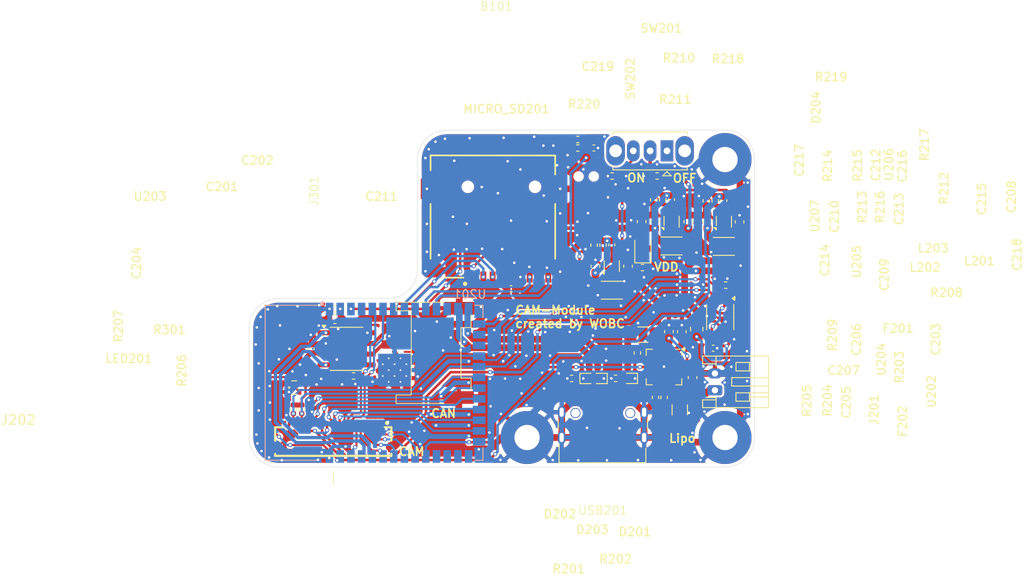
<source format=kicad_pcb>
(kicad_pcb (version 20240108) (generator "pcbnew") (generator_version "8.0")
  (layers (0 "F.Cu" signal) (31 "B.Cu" signal) (34 "B.Paste" user) (35 "F.Paste" user) (36 "B.SilkS" user "B.Silkscreen") (37 "F.SilkS" user "F.Silkscreen") (38 "B.Mask" user) (39 "F.Mask" user) (44 "Edge.Cuts" user))
  (net 0 "")
  (net 1 "GND")
  (net 2 "VDD")
  (net 3 "Net-(D201-A2)")
  (net 4 "+2V8")
  (net 5 "+1V5")
  (net 6 "/ESP32CAM/USB_D+")
  (net 7 "SW")
  (net 8 "/ESP32CAM/USB_D-")
  (net 9 "Net-(USB201-CC1)")
  (net 10 "Net-(USB201-CC2)")
  (net 13 "Net-(J201-Pin_1)")
  (net 14 "XCLK")
  (net 16 "D6")
  (net 17 "HSYNC")
  (net 19 "PCLK")
  (net 20 "D2")
  (net 21 "VSYNC")
  (net 22 "D5")
  (net 23 "I2C_SCL")
  (net 24 "D3")
  (net 25 "D7")
  (net 26 "D1")
  (net 27 "D0")
  (net 29 "PWDN")
  (net 30 "D4")
  (net 31 "I2C_SDA")
  (net 33 "/ESP32CAM/CANL")
  (net 34 "/ESP32CAM/CANH")
  (net 35 "Net-(U205-SW)")
  (net 36 "Net-(U206-SW)")
  (net 37 "LED")
  (net 39 "SPI_MISO")
  (net 41 "SPI_CLK")
  (net 42 "SPI_CS")
  (net 44 "SD")
  (net 45 "SPI_MOSI")
  (net 48 "Net-(U202-THERM)")
  (net 49 "Net-(U205-FB)")
  (net 50 "Net-(U206-FB)")
  (net 51 "EN")
  (net 55 "BAT_STAT")
  (net 56 "/ESP32CAM/CAN_TX")
  (net 57 "/ESP32CAM/CAN_RX")
  (net 62 "Net-(U202-PROG2)")
  (net 63 "Net-(U202-PROG1)")
  (net 69 "Net-(SW201-B)")
  (net 70 "Net-(SW201-C)")
  (net 72 "Net-(U204-Vin-)")
  (net 73 "Net-(U207-SW)")
  (net 74 "Net-(U204-Vbus)")
  (net 75 "Net-(U207-FB)")
  (net 76 "Net-(U202-PROG3)")
  (net 78 "Net-(U204-~{Alert})")
  (net 79 "Net-(U202-V_{BAT_SENSE})")
  (net 80 "Net-(D204-K)")
  (footprint "Inductor_SMD:L_Murata_DFE201610P" (layer "F.Cu") (at 159.1025 97.54 180)
    (property "Reference" "L203")
    (property "Value" "1.0uH")
  )
  (footprint "WOBCLibrary:Grove_4P_L_SMD" (layer "F.Cu") (at 137.19 104.98 90)
    (property "Reference" "J301")
    (property "Value" "Conn_01x04_MountingPin")
  )
  (footprint "Resistor_SMD:R_0402_1005Metric" (layer "F.Cu") (at 170.32 86.93 -90)
    (property "Reference" "R213")
    (property "Value" "15k")
  )
  (footprint "Resistor_SMD:R_0402_1005Metric" (layer "F.Cu") (at 165.31 110.27 -90)
    (property "Reference" "R204")
    (property "Value" "100k")
  )
  (footprint "Capacitor_SMD:C_0603_1608Metric" (layer "F.Cu") (at 167.415 102.465 -90)
    (property "Reference" "C206")
    (property "Value" "10µF")
  )
  (footprint "Resistor_SMD:R_0402_1005Metric" (layer "F.Cu") (at 164.48 83.98)
    (property "Reference" "R210")
    (property "Value" "10k")
  )
  (footprint "Capacitor_SMD:C_0402_1005Metric" (layer "F.Cu") (at 159.0975 92.16 -90)
    (property "Reference" "C214")
    (property "Value" "120pF")
  )
  (footprint "Capacitor_SMD:C_0603_1608Metric" (layer "F.Cu") (at 170.46 89.405 90)
    (property "Reference" "C216")
    (property "Value" "22µF")
  )
  (footprint "Resistor_SMD:R_0402_1005Metric" (layer "F.Cu") (at 159.14 83.99 180)
    (property "Reference" "R211")
    (property "Value" "330k")
  )
  (footprint "Package_TO_SOT_SMD:SOT-563" (layer "F.Cu") (at 166.2 89.41 90)
    (property "Reference" "U205")
    (property "Value" "TPS62A0x")
  )
  (footprint "Package_TO_SOT_SMD:SOT-563" (layer "F.Cu") (at 172.41 89.41 90)
    (property "Reference" "U206")
    (property "Value" "TPS62A0x")
  )
  (footprint "Resistor_SMD:R_0402_1005Metric" (layer "F.Cu") (at 171.38 86.93 -90)
    (property "Reference" "R216")
    (property "Value" "56k")
  )
  (footprint "Fuse:Fuse_1206_3216Metric" (layer "F.Cu") (at 162.805 102.815)
    (property "Reference" "F201")
    (property "Value" "Polyfuse")
  )
  (footprint "Connector_JST:JST_PH_S2B-PH-K_1x02_P2.00mm_Horizontal" (layer "F.Cu") (at 171.34 109.42 90)
    (property "Reference" "J201")
    (property "Value" "LiPo")
  )
  (footprint "Resistor_SMD:R_0402_1005Metric" (layer "F.Cu") (at 156.9975 92.19 -90)
    (property "Reference" "R214")
    (property "Value" "12k")
  )
  (footprint "Inductor_SMD:L_Murata_DFE201610P" (layer "F.Cu") (at 172.4 92.34 180)
    (property "Reference" "L202")
    (property "Value" "1.0uH")
  )
  (footprint "Capacitor_SMD:C_0402_1005Metric" (layer "F.Cu") (at 123.39 104.5 -90)
    (property "Reference" "C204")
    (property "Value" "100nF")
  )
  (footprint "Capacitor_SMD:C_0603_1608Metric" (layer "F.Cu") (at 164.22 89.4 90)
    (property "Reference" "C215")
    (property "Value" "22µF")
  )
  (footprint "Diode_SMD:D_SOD-882" (layer "F.Cu") (at 161.3425 108.01 180)
    (property "Reference" "D201")
    (property "Value" "5V")
  )
  (footprint "Resistor_SMD:R_0402_1005Metric" (layer "F.Cu") (at 122.29 111.675 -90)
    (property "Reference" "R207")
    (property "Value" "10k")
  )
  (footprint "WOBCLibrary:Board_0.5U_60x40" (layer "F.Cu") (at 146.04 98.53)
    (property "Reference" "B101")
    (property "Value" "~")
    (fp_line (start -30 16.5) (end -30 3.5) (stroke (width 0.05)) (layer "Edge.Cuts"))
    (fp_line (start -13.5 0) (end -26.5 0) (stroke (width 0.05)) (layer "Edge.Cuts"))
    (fp_line (start -10 -3.5) (end -10 -16.5) (stroke (width 0.05)) (layer "Edge.Cuts"))
    (fp_line (start -6.5 -20) (end 26.5 -20) (stroke (width 0.05)) (layer "Edge.Cuts"))
    (fp_line (start 26.5 20) (end -26.5 20) (stroke (width 0.05)) (layer "Edge.Cuts"))
    (fp_line (start 30 -16.5) (end 30 16.5) (stroke (width 0.05)) (layer "Edge.Cuts"))
    (fp_arc (start -30 3.5) (mid -28.974875 1.025125) (end -26.5 0) (stroke (width 0.05)) (layer "Edge.Cuts"))
    (fp_arc (start -26.5 20) (mid -28.974874 18.974874) (end -30 16.5) (stroke (width 0.05)) (layer "Edge.Cuts"))
    (fp_arc (start -10 -16.5) (mid -8.974874 -18.974874) (end -6.5 -20) (stroke (width 0.05)) (layer "Edge.Cuts"))
    (fp_arc (start -10 -3.5) (mid -11.025126 -1.025126) (end -13.5 0) (stroke (width 0.05)) (layer "Edge.Cuts"))
    (fp_arc (start 26.5 -20) (mid 28.974874 -18.974874) (end 30 -16.5) (stroke (width 0.05)) (layer "Edge.Cuts"))
    (fp_arc (start 30 16.5) (mid 28.974874 18.974874) (end 26.5 20) (stroke (width 0.05)) (layer "Edge.Cuts"))
  )
  (footprint "Capacitor_SMD:C_0402_1005Metric" (layer "F.Cu") (at 156.98 80.66)
    (property "Reference" "C219")
    (property "Value" "1uF")
  )
  (footprint "Capacitor_SMD:C_0603_1608Metric" (layer "F.Cu") (at 168.18 89.41 90)
    (property "Reference" "C208")
    (property "Value" "4.7µF")
  )
  (footprint "Resistor_SMD:R_0402_1005Metric" (layer "F.Cu") (at 121.3 111.675 -90)
    (property "Reference" "R206")
    (property "Value" "10k")
  )
  (footprint "WOBCLibrary:USB_C_TYPEC-301S-ACP16X7" (layer "F.Cu") (at 158.04 114.235)
    (property "Reference" "USB201")
    (property "Value" "USB_C_Receptacle_USB2.0")
  )
  (footprint "Capacitor_SMD:C_0402_1005Metric" (layer "F.Cu") (at 147.14 97.37 180)
    (property "Reference" "C211")
    (property "Value" "1uF")
  )
  (footprint "Resistor_SMD:R_0402_1005Metric" (layer "F.Cu") (at 162.74 94.85 180)
    (property "Reference" "R219")
    (property "Value" "1k")
  )
  (footprint "Resistor_SMD:R_0805_2012Metric" (layer "F.Cu") (at 169.18 102.1525 90)
    (property "Reference" "R209")
    (property "Value" "50mΩ")
  )
  (footprint "Resistor_SMD:R_0402_1005Metric" (layer "F.Cu") (at 155.06 79.65 180)
    (property "Reference" "R220")
    (property "Value" "4.7k")
  )
  (footprint "Capacitor_SMD:C_0603_1608Metric" (layer "F.Cu") (at 165.885 102.465 90)
    (property "Reference" "C203")
    (property "Value" "10µF")
  )
  (footprint "Capacitor_SMD:C_0603_1608Metric" (layer "F.Cu") (at 126.23 100.98)
    (property "Reference" "C201")
    (property "Value" "10uF")
  )
  (footprint "Fuse:Fuse_1206_3216Metric" (layer "F.Cu") (at 167.17 111.74 -90)
    (property "Reference" "F202")
    (property "Value" "Polyfuse")
  )
  (footprint "WOBCLibrary:LED_XL-1615RGBC-WS2812B" (layer "F.Cu") (at 121.4 109.1)
    (property "Reference" "LED201")
    (property "Value" "WS2812B")
  )
  (footprint "Resistor_SMD:R_0402_1005Metric" (layer "F.Cu") (at 155.06 80.66)
    (property "Reference" "R218")
    (property "Value" "100k")
  )
  (footprint "LED_SMD:LED_0805_2012Metric" (layer "F.Cu") (at 162.79 92.6075 90)
    (property "Reference" "D204")
    (property "Value" "VDD")
  )
  (footprint "Inductor_SMD:L_Murata_DFE201610P" (layer "F.Cu") (at 166.1875 92.29 180)
    (property "Reference" "L201")
    (property "Value" "1.0uH")
  )
  (footprint "Resistor_SMD:R_0402_1005Metric" (layer "F.Cu") (at 164.0725 86.81 -90)
    (property "Reference" "R212")
    (property "Value" "15k")
  )
  (footprint "Package_SO:VSSOP-10_3x3mm_P0.5mm" (layer "F.Cu") (at 171.97 100.73 -90)
    (property "Reference" "U204")
    (property "Value" "INA226")
  )
  (footprint "Resistor_SMD:R_0402_1005Metric" (layer "F.Cu") (at 154.3325 108.02 180)
    (property "Reference" "R201")
    (property "Value" "5.1k")
  )
  (footprint "Button_Switch_THT:SW_Slide_SPDT_Straight_CK_OS102011MS2Q" (layer "F.Cu") (at 165.65 81 180)
    (property "Reference" "SW201")
    (property "Value" "Power Switch")
  )
  (footprint "Resistor_SMD:R_0402_1005Metric" (layer "F.Cu") (at 172.62 96.94)
    (property "Reference" "R208")
    (property "Value" "10k")
  )
  (footprint "Resistor_SMD:R_0402_1005Metric" (layer "F.Cu") (at 164.29 110.27 -90)
    (property "Reference" "R205")
    (property "Value" "100k")
  )
  (footprint "Capacitor_SMD:C_0402_1005Metric" (layer "F.Cu") (at 171.13 104.43)
    (property "Reference" "C207")
    (property "Value" "100nF")
  )
  (footprint "Capacitor_SMD:C_0603_1608Metric" (layer "F.Cu") (at 168.69 107.915 90)
    (property "Reference" "C205")
    (property "Value" "10µF")
  )
  (footprint "Capacitor_SMD:C_0603_1608Metric" (layer "F.Cu") (at 161.0275 94.7 90)
    (property "Reference" "C210")
    (property "Value" "4.7µF")
  )
  (footprint "Resistor_SMD:R_0402_1005Metric" (layer "F.Cu") (at 162.135 104.985 -90)
    (property "Reference" "R203")
    (property "Value" "10k")
  )
  (footprint "Capacitor_SMD:C_0603_1608Metric" (layer "F.Cu") (at 157.1575 94.7 90)
    (property "Reference" "C217")
    (property "Value" "22µF")
  )
  (footprint "Diode_SMD:D_SOD-882" (layer "F.Cu") (at 156.1225 108.02)
    (property "Reference" "D203")
    (property "Value" "5V")
  )
  (footprint "Package_DFN_QFN:QFN-20-1EP_4x4mm_P0.5mm_EP2.5x2.5mm" (layer "F.Cu") (at 165.3 106.66 -90)
    (property "Reference" "U202")
    (property "Value" "MCP73871")
  )
  (footprint "Capacitor_SMD:C_0402_1005Metric" (layer "F.Cu") (at 126.23 99.72)
    (property "Reference" "C202")
    (property "Value" "100nF")
  )
  (footprint "Capacitor_SMD:C_0603_1608Metric" (layer "F.Cu") (at 174.27 89.425 90)
    (property "Reference" "C209")
    (property "Value" "4.7µF")
  )
  (footprint "Resistor_SMD:R_0402_1005Metric" (layer "F.Cu") (at 165.1425 86.81 -90)
    (property "Reference" "R215")
    (property "Value" "68k")
  )
  (footprint "Capacitor_SMD:C_0402_1005Metric" (layer "F.Cu") (at 166.1925 86.79 -90)
    (property "Reference" "C212")
    (property "Value" "120pF")
  )
  (footprint "Package_SO:SOIC-8_3.9x4.9mm_P1.27mm" (layer "F.Cu") (at 127.62 104.5)
    (property "Reference" "U203")
    (property "Value" "SN65HVD230")
  )
  (footprint "Package_TO_SOT_SMD:SOT-563" (layer "F.Cu") (at 159.0975 94.69 90)
    (property "Reference" "U207")
    (property "Value" "TPS62A0x")
  )
  (footprint "Diode_SMD:D_SOD-882" (layer "F.Cu") (at 157.75 108.02 180)
    (property "Reference" "D202")
    (property "Value" "5V")
  )
  (footprint "Resistor_SMD:R_0402_1005Metric" (layer "F.Cu") (at 128.44 107.72 180)
    (property "Reference" "R301")
    (property "Value" "120")
  )
  (footprint "WOBCLibrary:TF-01A" (layer "F.Cu") (at 144.9818 88.8006 180)
    (property "Reference" "MICRO_SD201")
    (property "Value" "TF-01A")
  )
  (footprint "WOBCLibrary:TVAF06-A020B-R" (layer "F.Cu") (at 156.06 84.04)
    (property "Reference" "SW202")
    (property "Value" "SW_Push")
  )
  (footprint "Resistor_SMD:R_0402_1005Metric" (layer "F.Cu") (at 159.5525 108.01 180)
    (property "Reference" "R202")
    (property "Value" "5.1k")
  )
  (footprint "Capacitor_SMD:C_0603_1608Metric" (layer "F.Cu") (at 162.6425 89.4 90)
    (property "Reference" "C218")
    (property "Value" "22µF")
  )
  (footprint "WOBCLibrary:FPC-SMD_24P-P0.50_HCTL_HC-FPC-05-10-24RLTAG" (layer "F.Cu") (at 126.04 114.785 180)
    (property "Reference" "J202")
    (property "Value" "Conn_01x24_Shielded" (hide yes))
  )
  (footprint "Capacitor_SMD:C_0402_1005Metric" (layer "F.Cu") (at 172.4 86.9 -90)
    (property "Reference" "C213")
    (property "Value" "120pF")
  )
  (footprint "Resistor_SMD:R_0402_1005Metric" (layer "F.Cu") (at 158.0575 92.19 90)
    (property "Reference" "R217")
    (property "Value" "18k")
  )
  (footprint "RF_Module:ESP32-S3-WROOM-1" (layer "B.Cu") (at 130.85 108.53 -90)
    (property "Reference" "U201")
    (property "Value" "ESP32-S3-WROOM-1")
  )
  (gr_text "CAM" (at 133.71 117.28 0) (layer "F.SilkS") (effects (font (size 1 1) (thickness 0.2) (bold yes)) (justify left bottom)))
  (gr_text "Lipo" (at 165.79 115.71 0) (layer "F.SilkS") (effects (font (size 1 1) (thickness 0.2) (bold yes)) (justify left bottom)))
  (gr_text "CAN" (at 137.55 112.76 0) (layer "F.SilkS") (effects (font (size 1 1) (thickness 0.2) (bold yes)) (justify left bottom)))
  (gr_text "VDD" (at 164.02 95.37 0) (layer "F.SilkS") (effects (font (size 1 1) (thickness 0.2) (bold yes)) (justify left bottom)))
  (gr_text "ON" (at 160.82 84.79 0) (layer "F.SilkS") (effects (font (size 1 1) (thickness 0.2) (bold yes)) (justify left bottom)))
  (gr_text "OFF" (at 166.24 84.83 0) (layer "F.SilkS") (effects (font (size 1 1) (thickness 0.2) (bold yes)) (justify left bottom)))
  (gr_text "CAM-Module\ncreated by WOBC" (at 147.54 102.1 0) (layer "F.SilkS") (effects (font (size 1 1) (thickness 0.2) (bold yes)) (justify left bottom)))
  (segment (start 153.8225 109.7825) (end 154.605 110.565) (width 0.8) (layer "F.Cu") (net 1))
  (segment (start 162.21 107.29) (end 162.21 107.6925) (width 0.3) (layer "F.Cu") (net 1))
  (segment (start 152.9704 85.5006) (end 155.2956 85.5006) (width 0.8) (layer "F.Cu") (net 1))
  (segment (start 140.99 96.5429) (end 140.99 99.68) (width 0.8) (layer "F.Cu") (net 1))
  (segment (start 132.61 105.63) (end 134.01 105.63) (width 0.4) (layer "F.Cu") (net 1))
  (segment (start 162.6425 88.625) (end 162.5075 88.49) (width 0.8) (layer "F.Cu") (net 1))
  (segment (start 153.145 112.025) (end 154.605 110.565) (width 0.8) (layer "F.Cu") (net 1))
  (segment (start 133.49 105.98) (end 133.49 106.97) (width 0.8) (layer "F.Cu") (net 1))
  (segment (start 166.705 115.58) (end 171.99 115.58) (width 0.8) (layer "F.Cu") (net 1))
  (segment (start 147.660001 97.37) (end 148.252 96.778001) (width 0.8) (layer "F.Cu") (net 1))
  (segment (start 163.0025 108.02) (end 163.3625 107.66) (width 0.6) (layer "F.Cu") (net 1))
  (segment (start 132.61 108.43) (end 134.01 108.43) (width 0.4) (layer "F.Cu") (net 1))
  (segment (start 117.18 113.965) (end 117.18 111.81) (width 0.8) (layer "F.Cu") (net 1))
  (segment (start 164.22 88.625) (end 162.6425 88.625) (width 0.8) (layer "F.Cu") (net 1))
  (segment (start 165.3 104.7225) (end 165.3 106.61) (width 0.3) (layer "F.Cu") (net 1))
  (segment (start 122.26 103.508976) (end 122.771024 104.02) (width 0.6) (layer "F.Cu") (net 1))
  (segment (start 151.595786 98.37) (end 147.994214 98.37) (width 0.8) (layer "F.Cu") (net 1))
  (segment (start 127.29 113.93) (end 127.3 113.94) (width 0.3) (layer "F.Cu") (net 1))
  (segment (start 163.3625 107.16) (end 163.3625 107.66) (width 0.3) (layer "F.Cu") (net 1))
  (segment (start 140.93 110.28) (end 143.53 110.28) (width 0.8) (layer "F.Cu") (net 1))
  (segment (start 169.58 107.14) (end 168.69 107.14) (width 0.8) (layer "F.Cu") (net 1))
  (segment (start 144.61066 116.44) (end 146.02066 115.03) (width 0.8) (layer "F.Cu") (net 1))
  (segment (start 125.59 99.755) (end 125.59 100.845) (width 0.6) (layer "F.Cu") (net 1))
  (segment (start 126.62 102.145) (end 126.62 103.018394) (width 0.6) (layer "F.Cu") (net 1))
  (segment (start 127.88 114.52) (end 127.3 113.94) (width 0.4) (layer "F.Cu") (net 1))
  (segment (start 137.1456 89.67) (end 137.1456 92.98) (width 0.8) (layer "F.Cu") (net 1))
  (segment (start 171.89 89.78) (end 171.89 90.16) (width 0.3) (layer "F.Cu") (net 1))
  (segment (start 168.67 107.16) (end 168.69 107.14) (width 0.3) (layer "F.Cu") (net 1))
  (segment (start 148.252 96.778001) (end 148.252 95.9744) (width 0.8) (layer "F.Cu") (net 1))
  (segment (start 146.02066 115.03) (end 149.04 115.03) (width 0.8) (layer "F.Cu") (net 1))
  (segment (start 157.46 82.82) (end 158.63 83.99) (width 0.8) (layer "F.Cu") (net 1))
  (segment (start 167.2375 107.16) (end 165.8 107.16) (width 0.3) (layer "F.Cu") (net 1))
  (segment (start 165.885 101.69) (end 167.415 101.69) (width 0.8) (layer "F.Cu") (net 1))
  (segment (start 164.3 107.66) (end 165.3 106.66) (width 0.3) (layer "F.Cu") (net 1))
  (segment (start 132.61 105.63) (end 131.91 106.33) (width 0.4) (layer "F.Cu") (net 1))
  (segment (start 165.7 89.58) (end 165.68 89.58) (width 0.25) (layer "F.Cu") (net 1))
  (segment (start 127.29 112.96) (end 127.29 113.38) (width 0.2) (layer "F.Cu") (net 1))
  (segment (start 162.5075 88.49) (end 158.285 88.49) (width 0.8) (layer "F.Cu") (net 1))
  (segment (start 174.27 88.65) (end 174.32 88.6) (width 0.8) (layer "F.Cu") (net 1))
  (segment (start 125.773394 103.865) (end 125.145 103.865) (width 0.6) (layer "F.Cu") (net 1))
  (segment (start 162.21 107.29) (end 163.2325 107.29) (width 0.3) (layer "F.Cu") (net 1))
  (segment (start 157.295 93.925) (end 157.1575 93.925) (width 0.25) (layer "F.Cu") (net 1))
  (segment (start 127.39 109.03) (end 127.08 108.72) (width 0.2) (layer "F.Cu") (net 1))
  (segment (start 140.93 115.572084) (end 141.797916 116.44) (width 0.8) (layer "F.Cu") (net 1))
  (segment (start 131.91 106.33) (end 131.91 107.73) (width 0.4) (layer "F.Cu") (net 1))
  (segment (start 166.15 115.025) (end 166.705 115.58) (width 0.8) (layer "F.Cu") (net 1))
  (segment (start 164.29 110.78) (end 163.946812 110.78) (width 0.8) (layer "F.Cu") (net 1))
  (segment (start 161.9525 94.85) (end 161.0275 93.925) (width 0.3) (layer "F.Cu") (net 1))
  (segment (start 164.0725 88.4775) (end 164.22 88.625) (width 0.8) (layer "F.Cu") (net 1))
  (segment (start 171.47 102.93) (end 171.47 104.29) (width 0.3) (layer "F.Cu") (net 1))
  (segment (start 119.405 116.19) (end 117.18 113.965) (width 0.8) (layer "F.Cu") (net 1))
  (segment (start 165.3 106.61) (end 165.3 106.66) (width 0.3) (layer "F.Cu") (net 1))
  (segment (start 139.92 99.68) (end 138.33 101.27) (width 0.8) (layer "F.Cu") (net 1))
  (segment (start 127.494858 116.094721) (end 127.88 115.709579) (width 0.4) (layer "F.Cu") (net 1))
  (segment (start 120.79 113.38) (end 120.79 114.805) (width 0.25) (layer "F.Cu") (net 1))
  (segment (start 127.88 115.709579) (end 127.88 114.52) (width 0.4) (layer "F.Cu") (net 1))
  (segment (start 120.79 113.38) (end 120.79 112.755) (width 0.25) (layer "F.Cu") (net 1))
  (segment (start 140.99 99.68) (end 139.92 99.68) (width 0.8) (layer "F.Cu") (net 1))
  (segment (start 152.9704 95.2006) (end 152.9704 95.35) (width 0.8) (layer "F.Cu") (net 1))
  (segment (start 165.7 90.16) (end 165.7 89.58) (width 0.25) (layer "F.Cu") (net 1))
  (segment (start 158.285 88.49) (end 156.06 86.265) (width 0.8) (layer "F.Cu") (net 1))
  (segment (start 122.26 102.51) (end 122.26 103.508976) (width 0.6) (layer "F.Cu") (net 1))
  (segment (start 171.99 115.58) (end 172.54 115.03) (width 0.8) (layer "F.Cu") (net 1))
  (segment (start 171.34 107.42) (end 172.69 107.42) (width 0.8) (layer "F.Cu") (net 1))
  (segment (start 125.59 100.845) (end 125.455 100.98) (width 0.6) (layer "F.Cu") (net 1))
  (segment (start 164.8 107.16) (end 165.3 106.66) (width 0.3) (layer "F.Cu") (net 1))
  (segment (start 117.18 106.23) (end 119.901024 103.508976) (width 0.8) (layer "F.Cu") (net 1))
  (segment (start 137.1456 92.98) (end 137.1456 94.4256) (width 0.8) (layer "F.Cu") (net 1))
  (segment (start 165.8 107.16) (end 165.3 106.66) (width 0.3) (layer "F.Cu") (net 1))
  (segment (start 165.58 111.05) (end 165.58 114.455) (width 0.8) (layer "F.Cu") (net 1))
  (segment (start 164.3 108.5975) (end 164.3 107.66) (width 0.3) (layer "F.Cu") (net 1))
  (segment (start 158.5975 95.44) (end 158.5975 95.2275) (width 0.25) (layer "F.Cu") (net 1))
  (segment (start 139.6477 95.2006) (end 140.99 96.5429) (width 0.8) (layer "F.Cu") (net 1))
  (segment (start 164.0725 87.32) (end 164.0725 88.4775) (width 0.8) (layer "F.Cu") (net 1))
  (segment (start 174.32 88.6) (end 174.32 83.81) (width 0.8) (layer "F.Cu") (net 1))
  (segment (start 161.85 106.93) (end 162.21 107.29) (width 0.3) (layer "F.Cu") (net 1))
  (segment (start 161.475 110.565) (end 161.39 110.565) (width 0.8) (layer "F.Cu") (net 1))
  (segment (start 169.86 107.42) (end 169.58 107.14) (width 0.8) (layer "F.Cu") (net 1))
  (segment (start 158.5975 95.2275) (end 157.295 93.925) (width 0.25) (layer "F.Cu") (net 1))
  (segment (start 161.86 108.02) (end 163.0025 108.02) (width 0.6) (layer "F.Cu") (net 1))
  (segment (start 149.04 115.03) (end 153.14 115.03) (width 0.8) (layer "F.Cu") (net 1))
  (segment (start 170.32 88.49) (end 170.46 88.63) (width 0.8) (layer "F.Cu") (net 1))
  (segment (start 155.2956 85.5006) (end 156.06 86.265) (width 0.8) (layer "F.Cu") (net 1))
  (segment (start 133.59 115.275) (end 132.675 116.19) (width 0.8) (layer "F.Cu") (net 1))
  (segment (start 141.797916 116.44) (end 143.31 116.44) (width 0.8) (layer "F.Cu") (net 1))
  (segment (start 156.9975 93.765) (end 157.1575 93.925) (width 0.8) (layer "F.Cu") (net 1))
  (segment (start 142.12 105.98) (end 133.49 105.98) (width 0.8) (layer "F.Cu") (net 1))
  (segment (start 156.355 86.265) (end 156.06 86.265) (width 0.8) (layer "F.Cu") (net 1))
  (segment (start 153.8225 108.02) (end 153.8225 109.7825) (width 0.8) (layer "F.Cu") (net 1))
  (segment (start 125.59 99.755) (end 125.715 99.755) (width 0.6) (layer "F.Cu") (net 1))
  (segment (start 165.31 110.78) (end 165.58 111.05) (width 0.8) (layer "F.Cu") (net 1))
  (segment (start 161.85 108.01) (end 161.7925 108.01) (width 0.6) (layer "F.Cu") (net 1))
  (segment (start 174.35 109.08) (end 174.35 113.22) (width 0.8) (layer "F.Cu") (net 1))
  (segment (start 122.771024 104.02) (end 123.39 104.02) (width 0.6) (layer "F.Cu") (net 1))
  (segment (start 171.47 104.29) (end 171.61 104.43) (width 0.3) (layer "F.Cu") (net 1))
  (segment (start 152.9704 95.35) (end 152.9704 96.995386) (width 0.8) (layer "F.Cu") (net 1))
  (segment (start 144.572082 105.98) (end 142.12 105.98) (width 0.8) (layer "F.Cu") (net 1))
  (segment (start 145.51 108.3) (end 145.51 106.917918) (width 0.8) (layer "F.Cu") (net 1))
  (segment (start 163.35 108.61) (end 164.3 107.66) (width 0.8) (layer "F.Cu") (net 1))
  (segment (start 158.78 94.72) (end 158.5975 94.9025) (width 0.25) (layer "F.Cu") (net 1))
  (segment (start 119.901024 103.508976) (end 122.26 103.508976) (width 0.8) (layer "F.Cu") (net 1))
  (segment (start 158.5975 94.9025) (end 158.5975 95.44) (width 0.25) (layer "F.Cu") (net 1))
  (segment (start 117.18 109.15) (end 117.18 106.23) (width 0.8) (layer "F.Cu") (net 1))
  (segment (start 157.46 80.66) (end 157.46 82.82) (width 0.8) (layer "F.Cu") (net 1))
  (segment (start 133.49 106.97) (end 133.59 107.07) (width 0.8) (layer "F.Cu") (net 1))
  (segment (start 137.1456 85.5006) (end 137.1456 89.67) (width 0.8) (layer "F.Cu") (net 1))
  (segment (start 153.14 115.03) (end 153.145 115.025) (width 0.8) (layer "F.Cu") (net 1))
  (segment (start 159.7575 94.72) (end 158.78 94.72) (width 0.25) (layer "F.Cu") (net 1))
  (segment (start 170.74 88.63) (end 171.89 89.78) (width 0.3) (layer "F.Cu") (net 1))
  (segment (start 165.945 89.335) (end 167.48 89.335) (width 0.25) (layer "F.Cu") (net 1))
  (segment (start 164.18 110.78) (end 164.29 110.78) (width 0.8) (layer "F.Cu") (net 1))
  (segment (start 117.18 111.81) (end 117.18 109.15) (width 0.8) (layer "F.Cu") (net 1))
  (segment (start 119.985 116.77) (end 119.405 116.19) (width 0.8) (layer "F.Cu") (net 1))
  (segment (start 162.935 112.025) (end 161.475 110.565) (width 0.8) (layer "F.Cu") (net 1))
  (segment (start 172.69 107.42) (end 174.35 109.08) (width 0.8) (layer "F.Cu") (net 1))
  (segment (start 161.8925 110.1475) (end 161.8925 108.01) (width 0.8) (layer "F.Cu") (net 1))
  (segment (start 143.53 110.28) (end 145.51 108.3) (width 0.8) (layer "F.Cu") (net 1))
  (segment (start 163.2325 107.29) (end 163.3625 107.16) (width 0.3) (layer "F.Cu") (net 1))
  (segment (start 167.48 89.335) (end 168.18 88.635) (width 0.25) (layer "F.Cu") (net 1))
  (segment (start 133.31 106.16) (end 133.49 105.98) (width 0.8) (layer "F.Cu") (net 1))
  (segment (start 171.34 107.42) (end 169.86 107.42) (width 0.8) (layer "F.Cu") (net 1))
  (segment (start 163.946812 110.78) (end 163.35 110.183188) (width 0.8) (layer "F.Cu") (net 1))
  (segment (start 120.655 109.745) (end 120.775 109.625) (width 0.25) (layer "F.Cu") (net 1))
  (segment (start 155.7725 108.02) (end 155.7225 108.02) (width 0.3) (layer "F.Cu") (net 1))
  (segment (start 120.79 112.755) (end 120.655 112.62) (width 0.25) (layer "F.Cu") (net 1))
  (segment (start 171.89 89.712462) (end 171.89 89.78) (width 0.3) (layer "F.Cu") (net 1))
  (segment (start 162.935 115.025) (end 166.15 115.025) (width 0.8) (layer "F.Cu") (net 1))
  (segment (start 164.29 110.78) (end 165.31 110.78) (width 0.8) (layer "F.Cu") (net 1))
  (segment (start 133.49 106.97) (end 133.49 107.98) (width 0.8) (layer "F.Cu") (net 1))
  (segment (start 168.18 88.635) (end 170.455 88.635) (width 0.8) (layer "F.Cu") (net 1))
  (segment (start 161.0275 93.925) (end 160.5525 93.925) (width 0.25) (layer "F.Cu") (net 1))
  (segment (start 174.27 88.65) (end 173.56 89.36) (width 0.3) (layer "F.Cu") (net 1))
  (segment (start 145.51 106.917918) (end 144.572082 105.98) (width 0.8) (layer "F.Cu") (net 1))
  (segment (start 161.86 108.02) (end 161.85 108.01) (width 0.6) (layer "F.Cu") (net 1))
  (segment (start 127.29 112.96) (end 127.39 112.86) (width 0.2) (layer "F.Cu") (net 1))
  (segment (start 133.31 107.8) (end 133.49 107.98) (width 0.8) (layer "F.Cu") (net 1))
  (segment (start 133.31 106.305) (end 133.31 106.16) (width 0.8) (layer "F.Cu") (net 1))
  (segment (start 134.71 107.73) (end 134.71 106.33) (width 0.4) (layer "F.Cu") (net 1))
  (segment (start 164.725 88.625) (end 164.22 88.625) (width 0.25) (layer "F.Cu") (net 1))
  (segment (start 162.135 105.495) (end 161.85 105.78) (width 0.3) (layer "F.Cu") (net 1))
  (segment (start 120.79 114.805) (end 119.405 116.19) (width 0.25) (layer "F.Cu") (net 1))
  (segment (start 160.5525 93.925) (end 159.7575 94.72) (width 0.25) (layer "F.Cu") (net 1))
  (segment (start 170.32 87.44) (end 170.32 88.49) (width 0.8) (layer "F.Cu") (net 1))
  (segment (start 125.455 100.98) (end 126.62 102.145) (width 0.6) (layer "F.Cu") (net 1))
  (segment (start 134.01 108.43) (end 134.71 107.73) (width 0.4) (layer "F.Cu") (net 1))
  (segment (start 153.145 115.025) (end 162.935 115.025) (width 0.8) (layer "F.Cu") (net 1))
  (segment (start 153.145 112.025) (end 153.145 115.025) (width 0.8) (layer "F.Cu") (net 1))
  (segment (start 137.9206 95.2006) (end 139.6477 95.2006) (width 0.8) (layer "F.Cu") (net 1))
  (segment (start 147.660001 98.035787) (end 147.660001 97.37) (width 0.8) (layer "F.Cu") (net 1))
  (segment (start 140.93 110.28) (end 140.93 115.572084) (width 0.8) (layer "F.Cu") (net 1))
  (segment (start 123.39 104.02) (end 124.99 104.02) (width 0.6) (layer "F.Cu") (net 1))
  (segment (start 167.2375 107.16) (end 168.67 107.16) (width 0.3) (layer "F.Cu") (net 1))
  (segment (start 163.3625 107.66) (end 164.3 107.66) (width 0.6) (layer "F.Cu") (net 1))
  (segment (start 127.29 113.38) (end 127.29 113.93) (width 0.3) (layer "F.Cu") (net 1))
  (segment (start 162.935 112.025) (end 164.18 110.78) (width 0.8) (layer "F.Cu") (net 1))
  (segment (start 124.67 116.77) (end 119.985 116.77) (width 0.8) (layer "F.Cu") (net 1))
  (segment (start 162.21 107.6925) (end 161.8925 108.01) (width 0.3) (layer "F.Cu") (net 1))
  (segment (start 124.99 104.02) (end 125.145 103.865) (width 0.6) (layer "F.Cu") (net 1))
  (segment (start 156.9975 92.7) (end 156.9975 93.765) (width 0.8) (layer "F.Cu") (net 1))
  (segment (start 158.1 108.02) (end 158.15 108.02) (width 0.3) (layer "F.Cu") (net 1))
  (segment (start 126.62 103.018394) (end 125.773394 103.865) (width 0.6) (layer "F.Cu") (net 1))
  (segment (start 143.31 116.44) (end 144.61066 116.44) (width 0.8) (layer "F.Cu") (net 1))
  (segment (start 162.935 112.025) (end 162.935 115.025) (width 0.8) (layer "F.Cu") (net 1))
  (segment (start 165.68 89.58) (end 164.725 88.625) (width 0.25) (layer "F.Cu") (net 1))
  (segment (start 172.242462 89.36) (end 171.89 89.712462) (width 0.3) (layer "F.Cu") (net 1))
  (segment (start 165.58 114.455) (end 166.15 115.025) (width 0.8) (layer "F.Cu") (net 1))
  (segment (start 133.59 107.07) (end 133.59 115.275) (width 0.8) (layer "F.Cu") (net 1))
  (segment (start 133.31 107.705) (end 133.31 107.8) (width 0.8) (layer "F.Cu") (net 1))
  (segment (start 162.23 94.85) (end 161.9525 94.85) (width 0.3) (layer "F.Cu") (net 1))
  (segment (start 163.35 110.183188) (end 163.35 108.61) (width 0.8) (layer "F.Cu") (net 1))
  (segment (start 137.1456 94.4256) (end 137.9206 95.2006) (width 0.8) (layer "F.Cu") (net 1))
  (segment (start 131.91 107.73) (end 132.61 108.43) (width 0.4) (layer "F.Cu") (net 1))
  (segment (start 170.46 88.63) (end 170.74 88.63) (width 0.3) (layer "F.Cu") (net 1))
  (segment (start 161.85 105.78) (end 161.85 106.93) (width 0.3) (layer "F.Cu") (net 1))
  (segment (start 170.455 88.635) (end 170.46 88.63) (width 0.8) (layer "F.Cu") (net 1))
  (segment (start 125.715 99.755) (end 125.75 99.72) (width 0.6) (layer "F.Cu") (net 1))
  (segment (start 123.79 100.98) (end 122.26 102.51) (width 0.6) (layer "F.Cu") (net 1))
  (segment (start 152.9704 96.995386) (end 151.595786 98.37) (width 0.8) (layer "F.Cu") (net 1))
  (segment (start 125.455 100.98) (end 123.79 100.98) (width 0.6) (layer "F.Cu") (net 1))
  (segment (start 163.3625 107.16) (end 164.8 107.16) (width 0.3) (layer "F.Cu") (net 1))
  (segment (start 174.35 113.22) (end 172.54 115.03) (width 0.8) (layer "F.Cu") (net 1))
  (segment (start 127.39 112.86) (end 127.39 109.03) (width 0.2) (layer "F.Cu") (net 1))
  (segment (start 161.475 110.565) (end 161.8925 110.1475) (width 0.8) (layer "F.Cu") (net 1))
  (segment (start 120.655 112.62) (end 120.655 109.745) (width 0.25) (layer "F.Cu") (net 1))
  (segment (start 147.994214 98.37) (end 147.660001 98.035787) (width 0.8) (layer "F.Cu") (net 1))
  (segment (start 173.56 89.36) (end 172.242462 89.36) (width 0.3) (layer "F.Cu") (net 1))
  (segment (start 158.63 83.99) (end 156.355 86.265) (width 0.8) (layer "F.Cu") (net 1))
  (segment (start 165.7 89.58) (end 165.945 89.335) (width 0.25) (layer "F.Cu") (net 1))
  (segment (start 154.605 110.565) (end 154.69 110.565) (width 0.8) (layer "F.Cu") (net 1))
  (segment (start 174.32 83.81) (end 172.54 82.03) (width 0.8) (layer "F.Cu") (net 1))
  (via (at 162.89 83.99) (size 0.5) (drill 0.3) (layers "F.Cu" "B.Cu") (net 1))
  (via (at 160.8 83.99) (size 0.5) (drill 0.3) (layers "F.Cu" "B.Cu") (net 1))
  (via (at 143.31 116.44) (size 0.5) (drill 0.3) (layers "F.Cu" "B.Cu") (net 1))
  (via (at 174.39 94.63) (size 0.5) (drill 0.3) (layers "F.Cu" "B.Cu") (net 1))
  (via (at 137.1456 85.5006) (size 0.5) (drill 0.3) (layers "F.Cu" "B.Cu") (net 1))
  (via (at 155.7225 108.02) (size 0.5) (drill 0.3) (layers "F.Cu" "B.Cu") (net 1))
  (via (at 142.12 113.59) (size 0.5) (drill 0.3) (layers "F.Cu" "B.Cu") (net 1))
  (via (at 162.97 87.3) (size 0.5) (drill 0.3) (layers "F.Cu" "B.Cu") (net 1))
  (via (at 172.49 111.12) (size 0.5) (drill 0.3) (layers "F.Cu" "B.Cu") (net 1))
  (via (at 163.09 103.61) (size 0.5) (drill 0.3) (layers "F.Cu" "B.Cu") (net 1))
  (via (at 165.36 98.17) (size 0.5) (drill 0.3) (layers "F.Cu" "B.Cu") (net 1))
  (via (at 152.165 80.375) (size 0.5) (drill 0.3) (layers "F.Cu" "B.Cu") (net 1))
  (via (at 167.14 93.71) (size 0.5) (drill 0.3) (layers "F.Cu" "B.Cu") (net 1))
  (via (at 151.06 109.21) (size 0.5) (drill 0.3) (layers "F.Cu" "B.Cu") (net 1))
  (via (at 166.8 98.16) (size 0.5) (drill 0.3) (layers "F.Cu" "B.Cu") (net 1))
  (via (at 168.92 116.79) (size 0.5) (drill 0.3) (layers "F.Cu" "B.Cu") (net 1))
  (via (at 146.2 105.97) (size 0.5) (drill 0.3) (layers "F.Cu" "B.Cu") (net 1))
  (via (at 156.23 99.4) (size 0.5) (drill 0.3) (layers "F.Cu" "B.Cu") (net 1))
  (via (at 153.34 106) (size 0.5) (drill 0.3) (layers "F.Cu" "B.Cu") (net 1))
  (via (at 125.145 103.865) (size 0.5) (drill 0.3) (layers "F.Cu" "B.Cu") (net 1))
  (via (at 159.55 84.97) (size 0.5) (drill 0.3) (layers "F.Cu" "B.Cu") (net 1))
  (via (at 124.23 117.68) (size 0.5) (drill 0.3) (layers "F.Cu" "B.Cu") (net 1))
  (via (at 139.98 103.16) (size 0.5) (drill 0.3) (layers "F.Cu" "B.Cu") (net 1))
  (via (at 173.29 106.63) (size 0.5) (drill 0.3) (layers "F.Cu" "B.Cu") (net 1))
  (via (at 138.24 113.59) (size 0.5) (drill 0.3) (layers "F.Cu" "B.Cu") (net 1))
  (via (at 174.27 88.65) (size 0.5) (drill 0.3) (layers "F.Cu" "B.Cu") (net 1))
  (via (at 148.96 105.32) (size 0.5) (drill 0.3) (layers "F.Cu" "B.Cu") (net 1))
  (via (at 170.15 108.45) (size 0.5) (drill 0.3) (layers "F.Cu" "B.Cu") (net 1))
  (via (at 155.49 100.73) (size 0.5) (drill 0.3) (layers "F.Cu" "B.Cu") (net 1))
  (via (at 159.0425 108.01) (size 0.5) (drill 0.3) (layers "F.Cu" "B.Cu") (net 1))
  (via (at 155.51 105.95) (size 0.5) (drill 0.3) (layers "F.Cu" "B.Cu") (net 1))
  (via (at 121.79 99.45) (size 0.5) (drill 0.3) (layers "F.Cu" "B.Cu") (net 1))
  (via (at 119.92 117.73) (size 0.5) (drill 0.3) (layers "F.Cu" "B.Cu") (net 1))
  (via (at 118.41 117.4) (size 0.5) (drill 0.3) (layers "F.Cu" "B.Cu") (net 1))
  (via (at 150.98 80.38) (size 0.5) (drill 0.3) (layers "F.Cu" "B.Cu") (net 1))
  (via (at 136.98 95.29) (size 0.5) (drill 0.3) (layers "F.Cu" "B.Cu") (net 1))
  (via (at 116.96 101.96) (size 0.5) (drill 0.3) (layers "F.Cu" "B.Cu") (net 1))
  (via (at 120.47 112.38) (size 0.5) (drill 0.3) (layers "F.Cu" "B.Cu") (net 1))
  (via (at 138.84 110.12) (size 0.5) (drill 0.3) (layers "F.Cu" "B.Cu") (net 1))
  (via (at 168.67 114.47) (size 0.5) (drill 0.3) (layers "F.Cu" "B.Cu") (net 1))
  (via (at 145.07 105.25) (size 0.5) (drill 0.3) (layers "F.Cu" "B.Cu") (net 1))
  (via (at 143.7 92.62) (size 0.5) (drill 0.3) (layers "F.Cu" "B.Cu") (net 1))
  (via (at 167.57 99.95) (size 0.5) (drill 0.3) (layers "F.Cu" "B.Cu") (net 1))
  (via (at 173.62 103.37) (size 0.5) (drill 0.3) (layers "F.Cu" "B.Cu") (net 1))
  (via (at 164.01 95) (size 0.5) (drill 0.3) (layers "F.Cu" "B.Cu") (net 1))
  (via (at 158.43 105.9) (size 0.5) (drill 0.3) (layers "F.Cu" "B.Cu") (net 1))
  (via (at 136.97 81.85) (size 0.5) (drill 0.3) (layers "F.Cu" "B.Cu") (net 1))
  (via (at 158.63 83.99) (size 0.5) (drill 0.3) (layers "F.Cu" "B.Cu") (net 1))
  (via (at 152.9704 88.43) (size 0.5) (drill 0.3) (layers "F.Cu" "B.Cu") (net 1))
  (via (at 149.31 94.77) (size 0.5) (drill 0.3) (layers "F.Cu" "B.Cu") (net 1))
  (via (at 118.26 99.82) (size 0.5) (drill 0.3) (layers "F.Cu" "B.Cu") (net 1))
  (via (at 168.72 104.32) (size 0.5) (drill 0.3) (layers "F.Cu" "B.Cu") (net 1))
  (via (at 138.58 93.36) (size 0.5) (drill 0.3) (layers "F.Cu" "B.Cu") (net 1))
  (via (at 137.37 80.81) (size 0.5) (drill 0.3) (layers "F.Cu" "B.Cu") (net 1))
  (via (at 137.1456 89.67) (size 0.5) (drill 0.3) (layers "F.Cu" "B.Cu") (net 1))
  (via (at 122.78 107.61) (size 0.5) (drill 0.3) (layers "F.Cu" "B.Cu") (net 1))
  (via (at 155.02 89.41) (size 0.5) (drill 0.3) (layers "F.Cu" "B.Cu") (net 1))
  (via (at 148.252 95.9744) (size 0.5) (drill 0.3) (layers "F.Cu" "B.Cu") (net 1))
  (via (at 158.15 108.02) (size 0.5) (drill 0.3) (layers "F.Cu" "B.Cu") (net 1))
  (via (at 130.085 102.595) (size 0.5) (drill 0.3) (layers "F.Cu" "B.Cu") (net 1))
  (via (at 153.8225 108.02) (size 0.5) (drill 0.3) (layers "F.Cu" "B.Cu") (net 1))
  (via (at 138.17 79.91) (size 0.5) (drill 0.3) (layers "F.Cu" "B.Cu") (net 1))
  (via (at 121.19 107.18) (size 0.5) (drill 0.3) (layers "F.Cu" "B.Cu") (net 1))
  (via (at 169.82 84.91) (size 0.5) (drill 0.3) (layers "F.Cu" "B.Cu") (net 1))
  (via (at 161.01 92.75) (size 0.5) (drill 0.3) (layers "F.Cu" "B.Cu") (net 1))
  (via (at 156.31 96.99) (size 0.5) (drill 0.3) (layers "F.Cu" "B.Cu") (net 1))
  (via (at 132.33 114.05) (size 0.5) (drill 0.3) (layers "F.Cu" "B.Cu") (net 1))
  (via (at 152.9704 95.35) (size 0.5) (drill 0.3) (layers "F.Cu" "B.Cu") (net 1))
  (via (at 160.19 99.38) (size 0.5) (drill 0.3) (layers "F.Cu" "B.Cu") (net 1))
  (via (at 169.15 93.08) (size 0.5) (drill 0.3) (layers "F.Cu" "B.Cu") (net 1))
  (via (at 168.597082 83.207082) (size 0.5) (drill 0.3) (layers "F.Cu" "B.Cu") (net 1))
  (via (at 152.08 117.71) (size 0.5) (drill 0.3) (layers "F.Cu" "B.Cu") (net 1))
  (via (at 144.71 111.32) (size 0.5) (drill 0.3) (layers "F.Cu" "B.Cu") (net 1))
  (via (at 125.59 99.755) (size 0.5) (drill 0.3) (layers "F.Cu" "B.Cu") (net 1))
  (via (at 154.11 102.48) (size 0.5) (drill 0.3) (layers "F.Cu" "B.Cu") (net 1))
  (via (at 146.75 99.9) (size 0.5) (drill 0.3) (layers "F.Cu" "B.Cu") (net 1))
  (via (at 117.18 106.23) (size 0.5) (drill 0.3) (layers "F.Cu" "B.Cu") (net 1))
  (via (at 138.33 101.27) (size 0.5) (drill 0.3) (layers "F.Cu" "B.Cu") (net 1))
  (via (at 117.03 115.73) (size 0.5) (drill 0.3) (layers "F.Cu" "B.Cu") (net 1))
  (via (at 152.9704 85.5006) (size 0.5) (drill 0.3) (layers "F.Cu" "B.Cu") (net 1))
  (via (at 130.69 108.405) (size 0.5) (drill 0.3) (layers "F.Cu" "B.Cu") (net 1))
  (via (at 143.57 99.52) (size 0.5) (drill 0.3) (layers "F.Cu" "B.Cu") (net 1))
  (via (at 117.18 109.15) (size 0.5) (drill 0.3) (layers "F.Cu" "B.Cu") (net 1))
  (via (at 172.6 101.28) (size 0.5) (drill 0.3) (layers "F.Cu" "B.Cu") (net 1))
  (via (at 172.82 96.16) (size 0.5) (drill 0.3) (layers "F.Cu" "B.Cu") (net 1))
  (via (at 170.39 100.59) (size 0.5) (drill 0.3) (layers "F.Cu" "B.Cu") (net 1))
  (via (at 141.15 104.65) (size 0.5) (drill 0.3) (layers "F.Cu" "B.Cu") (net 1))
  (via (at 175.14 104.78) (size 0.5) (drill 0.3) (layers "F.Cu" "B.Cu") (net 1))
  (via (at 162.21 117.71) (size 0.5) (drill 0.3) (layers "F.Cu" "B.Cu") (net 1))
  (via (at 155.98 92.67) (size 0.5) (drill 0.3) (layers "F.Cu" "B.Cu") (net 1))
  (via (at 132.53 113.21) (size 0.5) (drill 0.3) (layers "F.Cu" "B.Cu") (net 1))
  (via (at 157.46 80.66) (size 0.5) (drill 0.3) (layers "F.Cu" "B.Cu") (net 1))
  (via (at 159.63 89.26) (size 0.5) (drill 0.3) (layers "F.Cu" "B.Cu") (net 1))
  (via (at 164.47 82.6) (size 0.5) (drill 0.3) (layers "F.Cu" "B.Cu") (net 1))
  (via (at 124.05 108.73) (size 0.5) (drill 0.3) (layers "F.Cu" "B.Cu") (net 1))
  (via (at 135.04 114.35) (size 0.5) (drill 0.3) (layers "F.Cu" "B.Cu") (net 1))
  (via (at 146.09 92.66) (size 0.5) (drill 0.3) (layers "F.Cu" "B.Cu") (net 1))
  (via (at 151.19 102.52) (size 0.5) (drill 0.3) (layers "F.Cu" "B.Cu") (net 1))
  (via (at 175.25 112.25) (size 0.5) (drill 0.3) (layers "F.Cu" "B.Cu") (net 1))
  (via (at 148.39 109.79) (size 0.5) (drill 0.3) (layers "F.Cu" "B.Cu") (net 1))
  (via (at 157.17 102.09) (size 0.5) (drill 0.3) (layers "F.Cu" "B.Cu") (net 1))
  (via (at 118.5 112.91) (size 0.5) (drill 0.3) (layers "F.Cu" "B.Cu") (net 1))
  (via (at 149.18 102.44) (size 0.5) (drill 0.3) (layers "F.Cu" "B.Cu") (net 1))
  (via (at 147.66 106.58) (size 0.5) (drill 0.3) (layers "F.Cu" "B.Cu") (net 1))
  (via (at 171.61 104.43) (size 0.5) (drill 0.3) (layers "F.Cu" "B.Cu") (net 1))
  (via (at 161.4 89.24) (size 0.5) (drill 0.3) (layers "F.Cu" "B.Cu") (net 1))
  (via (at 116.91 114.68) (size 0.5) (drill 0.3) (layers "F.Cu" "B.Cu") (net 1))
  (via (at 153.85 81.51) (size 0.5) (drill 0.3) (layers "F.Cu" "B.Cu") (net 1))
  (via (at 146.73 82.23) (size 0.5) (drill 0.3) (layers "F.Cu" "B.Cu") (net 1))
  (via (at 153.65 100.71) (size 0.5) (drill 0.3) (layers "F.Cu" "B.Cu") (net 1))
  (via (at 119.58 105.74) (size 0.5) (drill 0.3) (layers "F.Cu" "B.Cu") (net 1))
  (via (at 137.1456 92.98) (size 0.5) (drill 0.3) (layers "F.Cu" "B.Cu") (net 1))
  (via (at 161.29 91.16) (size 0.5) (drill 0.3) (layers "F.Cu" "B.Cu") (net 1))
  (via (at 147.24 102.33) (size 0.5) (drill 0.3) (layers "F.Cu" "B.Cu") (net 1))
  (via (at 165.37 85.41) (size 0.5) (drill 0.3) (layers "F.Cu" "B.Cu") (net 1))
  (via (at 161.04 85.44) (size 0.5) (drill 0.3) (layers "F.Cu" "B.Cu") (net 1))
  (via (at 118.44 107.16) (size 0.5) (drill 0.3) (layers "F.Cu" "B.Cu") (net 1))
  (via (at 161.86 108.02) (size 0.5) (drill 0.3) (layers "F.Cu" "B.Cu") (net 1))
  (via (at 169.95 96.87) (size 0.5) (drill 0.3) (layers "F.Cu" "B.Cu") (net 1))
  (via (at 167.415 101.69) (size 0.5) (drill 0.3) (layers "F.Cu" "B.Cu") (net 1))
  (via (at 144.63 108.06) (size 0.5) (drill 0.3) (layers "F.Cu" "B.Cu") (net 1))
  (via (at 142.12 105.98) (size 0.5) (drill 0.3) (layers "F.Cu" "B.Cu") (net 1))
  (via (at 170.17 99.42) (size 0.5) (drill 0.3) (layers "F.Cu" "B.Cu") (net 1))
  (via (at 118.49 108.91) (size 0.5) (drill 0.3) (layers "F.Cu" "B.Cu") (net 1))
  (via (at 144.57 114.44) (size 0.5) (drill 0.3) (layers "F.Cu" "B.Cu") (net 1))
  (via (at 124.36 99.33) (size 0.5) (drill 0.3) (layers "F.Cu" "B.Cu") (net 1))
  (via (at 156.86 102.92) (size 0.5) (drill 0.3) (layers "F.Cu" "B.Cu") (net 1))
  (via (at 161.83 97.69) (size 0.5) (drill 0.3) (layers "F.Cu" "B.Cu") (net 1))
  (via (at 152.8 107.42) (size 0.5) (drill 0.3) (layers "F.Cu" "B.Cu") (net 1))
  (via (at 120.775 109.625) (size 0.5) (drill 0.3) (layers "F.Cu" "B.Cu") (net 1))
  (via (at 151.77 105.31) (size 0.5) (drill 0.3) (layers "F.Cu" "B.Cu") (net 1))
  (via (at 124.31 101.74) (size 0.5) (drill 0.3) (layers "F.Cu" "B.Cu") (net 1))
  (via (at 154.98 91) (size 0.5) (drill 0.3) (layers "F.Cu" "B.Cu") (net 1))
  (via (at 153.91 82.95) (size 0.5) (drill 0.3) (layers "F.Cu" "B.Cu") (net 1))
  (via (at 162.61 82.59) (size 0.5) (drill 0.3) (layers "F.Cu" "B.Cu") (net 1))
  (via (at 119.39 99.42) (size 0.5) (drill 0.3) (layers "F.Cu" "B.Cu") (net 1))
  (via (at 169.97 106.58) (size 0.5) (drill 0.3) (layers "F.Cu" "B.Cu") (net 1))
  (via (at 171.32 96.19) (size 0.5) (drill 0.3) (layers "F.Cu" "B.Cu") (net 1))
  (via (at 146.94 105.27) (size 0.5) (drill 0.3) (layers "F.Cu" "B.Cu") (net 1))
  (via (at 168.98 98.38) (size 0.5) (drill 0.3) (layers "F.Cu" "B.Cu") (net 1))
  (via (at 165.29 93.63) (size 0.5) (drill 0.3) (layers "F.Cu" "B.Cu") (net 1))
  (via (at 156.15 113.88) (size 0.5) (drill 0.3) (layers "F.Cu" "B.Cu") (net 1))
  (via (at 175.27 87.62) (size 0.5) (drill 0.3) (layers "F.Cu" "B.Cu") (net 1))
  (via (at 123.12 110.57) (size 0.5) (drill 0.3) (layers "F.Cu" "B.Cu") (net 1))
  (via (at 137.64 112.27) (size 0.5) (drill 0.3) (layers "F.Cu" "B.Cu") (net 1))
  (via (at 152.6 82.71) (size 0.5) (drill 0.3) (layers "F.Cu" "B.Cu") (net 1))
  (via (at 156.27 88.4) (size 0.5) (drill 0.3) (layers "F.Cu" "B.Cu") (net 1))
  (via (at 158.42 104.5) (size 0.5) (drill 0.3) (layers "F.Cu" "B.Cu") (net 1))
  (via (at 136.85 114.23) (size 0.5) (drill 0.3) (layers "F.Cu" "B.Cu") (net 1))
  (via (at 170.9 93.01) (size 0.5) (drill 0.3) (layers "F.Cu" "B.Cu") (net 1))
  (via (at 124.61 108.06) (size 0.5) (drill 0.3) (layers "F.Cu" "B.Cu") (net 1))
  (via (at 158.65 86.52) (size 0.5) (drill 0.3) (layers "F.Cu" "B.Cu") (net 1))
  (via (at 165.3 106.61) (size 0.5) (drill 0.3) (layers "F.Cu" "B.Cu") (net 1))
  (via (at 157.1575 93.925) (size 0.5) (drill 0.3) (layers "F.Cu" "B.Cu") (net 1))
  (via (at 155.12 117.74) (size 0.5) (drill 0.3) (layers "F.Cu" "B.Cu") (net 1))
  (via (at 136.43 109.22) (size 0.5) (drill 0.3) (layers "F.Cu" "B.Cu") (net 1))
  (via (at 148.23 108.05) (size 0.5) (drill 0.3) (layers "F.Cu" "B.Cu") (net 1))
  (via (at 123.515 111.98) (size 0.5) (drill 0.3) (layers "F.Cu" "B.Cu") (net 1))
  (via (at 145.93 112.23) (size 0.5) (drill 0.3) (layers "F.Cu" "B.Cu") (net 1))
  (via (at 166.16 117.73) (size 0.5) (drill 0.3) (layers "F.Cu" "B.Cu") (net 1))
  (via (at 167.65 86.38) (size 0.5) (drill 0.3) (layers "F.Cu" "B.Cu") (net 1))
  (via (at 124.67 116.77) (size 0.5) (drill 0.3) (layers "F.Cu" "B.Cu") (net 1))
  (via (at 147.14 89.28) (size 0.5) (drill 0.3) (layers "F.Cu" "B.Cu") (net 1))
  (via (at 166.82 95.59) (size 0.5) (drill 0.3) (layers "F.Cu" "B.Cu") (net 1))
  (via (at 140.35 92.72) (size 0.5) (drill 0.3) (layers "F.Cu" "B.Cu") (net 1))
  (via (at 169.63 117.7) (size 0.5) (drill 0.3) (layers "F.Cu" "B.Cu") (net 1))
  (via (at 175.24 84.77) (size 0.5) (drill 0.3) (layers "F.Cu" "B.Cu") (net 1))
  (via (at 148.98 111.18) (size 0.5) (drill 0.3) (layers "F.Cu" "B.Cu") (net 1))
  (via (at 162.22 101.45) (size 0.5) (drill 0.3) (layers "F.Cu" "B.Cu") (net 1))
  (via (at 166.57 82.82) (size 0.5) (drill 0.3) (layers "F.Cu" "B.Cu") (net 1))
  (via (at 126.62 102.145) (size 0.5) (drill 0.3) (layers "F.Cu" "B.Cu") (net 1))
  (via (at 118.51 110.88) (size 0.5) (drill 0.3) (layers "F.Cu" "B.Cu") (net 1))
  (via (at 150.82 107.33) (size 0.5) (drill 0.3) (layers "F.Cu" "B.Cu") (net 1))
  (via (at 149.89 79.32) (size 0.5) (drill 0.3) (layers "F.Cu" "B.Cu") (net 1))
  (via (at 169.44 86.35) (size 0.5) (drill 0.3) (layers "F.Cu" "B.Cu") (net 1))
  (via (at 127.08 108.72) (size 0.5) (drill 0.3) (layers "F.Cu" "B.Cu") (net 1))
  (via (at 142.12 114.85) (size 0.5) (drill 0.3) (layers "F.Cu" "B.Cu") (net 1))
  (via (at 157.44 98.14) (size 0.5) (drill 0.3) (layers "F.Cu" "B.Cu") (net 1))
  (via (at 166.84 96.88) (size 0.5) (drill 0.3) (layers "F.Cu" "B.Cu") (net 1))
  (via (at 120.83 104.5) (size 0.5) (drill 0.3) (layers "F.Cu" "B.Cu") (net 1))
  (via (at 146.42 108.03) (size 0.5) (drill 0.3) (layers "F.Cu" "B.Cu") (net 1))
  (via (at 126.45 105.78) (size 0.5) (drill 0.3) (layers "F.Cu" "B.Cu") (net 1))
  (via (at 164.29 97.34) (size 0.5) (drill 0.3) (layers "F.Cu" "B.Cu") (net 1))
  (via (at 123.36 102.84) (size 0.5) (drill 0.3) (layers "F.Cu" "B.Cu") (net 1))
  (via (at 168.25 112.1) (size 0.5) (drill 0.3) (layers "F.Cu" "B.Cu") (net 1))
  (via (at 136.36 115.81) (size 0.5) (drill 0.3) (layers "F.Cu" "B.Cu") (net 1))
  (via (at 117.51 116.64) (size 0.5) (drill 0.3) (layers "F.Cu" "B.Cu") (net 1))
  (via (at 170.1 111.95) (size 0.5) (drill 0.3) (layers "F.Cu" "B.Cu") (net 1))
  (via (at 155.73 83.2) (size 0.5) (drill 0.3) (layers "F.Cu" "B.Cu") (net 1))
  (via (at 119.71 101.72) (size 0.5) (drill 0.3) (layers "F.Cu" "B.Cu") (net 1))
  (via (at 125.56 117.47) (size 0.5) (drill 0.3) (layers "F.Cu" "B.Cu") (net 1))
  (via (at 160.75 100.75) (size 0.5) (drill 0.3) (layers "F.Cu" "B.Cu") (net 1))
  (via (at 140.24 88.82) (size 0.5) (drill 0.3) (layers "F.Cu" "B.Cu") (net 1))
  (via (at 136.06 107.79) (size 0.5) (drill 0.3) (layers "F.Cu" "B.Cu") (net 1))
  (via (at 158.53 117.74) (size 0.5) (drill 0.3) (layers "F.Cu" "B.Cu") (net 1))
  (via (at 135.74 102.39) (size 0.5) (drill 0.3) (layers "F.Cu" "B.Cu") (net 1))
  (via (at 142.1 108.51) (size 0.5) (drill 0.3) (layers "F.Cu" "B.Cu") (net 1))
  (via (at 142.22 79.5) (size 0.5) (drill 0.3) (layers "F.Cu" "B.Cu") (net 1))
  (via (at 122.1 106.38) (size 0.5) (drill 0.3) (layers "F.Cu" "B.Cu") (net 1))
  (via (at 175.16 108.32) (size 0.5) (drill 0.3) (layers "F.Cu" "B.Cu") (net 1))
  (via (at 145.88 117.68) (size 0.5) (drill 0.3) (layers "F.Cu" "B.Cu") (net 1))
  (via (at 145.58 86.03) (size 0.5) (drill 0.3) (layers "F.Cu" "B.Cu") (net 1))
  (via (at 151.37 89.36) (size 0.5) (drill 0.3) (layers "F.Cu" "B.Cu") (net 1))
  (via (at 151.39 94.87) (size 0.5) (drill 0.3) (layers "F.Cu" "B.Cu") (net 1))
  (via (at 153.98 99.43) (size 0.5) (drill 0.3) (layers "F.Cu" "B.Cu") (net 1))
  (via (at 151.02 86.3) (size 0.5) (drill 0.3) (layers "F.Cu" "B.Cu") (net 1))
  (via (at 117.41 100.7) (size 0.5) (drill 0.3) (layers "F.Cu" "B.Cu") (net 1))
  (via (at 142.12 112.3) (size 0.5) (drill 0.3) (layers "F.Cu" "B.Cu") (net 1))
  (via (at 143.66 85.29) (size 0.5) (drill 0.3) (layers "F.Cu" "B.Cu") (net 1))
  (via (at 148.25 83.21) (size 0.5) (drill 0.3) (layers "F.Cu" "B.Cu") (net 1))
  (via (at 172.5 108.5) (size 0.5) (drill 0.3) (layers "F.Cu" "B.Cu") (net 1))
  (via (at 165.885 101.69) (size 0.5) (drill 0.3) (layers "F.Cu" "B.Cu") (net 1))
  (via (at 139.07 104.69) (size 0.5) (drill 0.3) (layers "F.Cu" "B.Cu") (net 1))
  (via (at 146.26 79.45) (size 0.5) (drill 0.3) (layers "F.Cu" "B.Cu") (net 1))
  (via (at 128.65 108.68) (size 0.5) (drill 0.3) (layers "F.Cu" "B.Cu") (net 1))
  (via (at 135.34 113.24) (size 0.5) (drill 0.3) (layers "F.Cu" "B.Cu") (net 1))
  (via (at 141.89 89.66) (size 0.5) (drill 0.3) (layers "F.Cu" "B.Cu") (net 1))
  (via (at 164.06 100.16) (size 0.5) (drill 0.3) (layers "F.Cu" "B.Cu") (net 1))
  (via (at 116.83 103.98) (size 0.5) (drill 0.3) (layers "F.Cu" "B.Cu") (net 1))
  (via (at 160.58 96.47) (size 0.5) (drill 0.3) (layers "F.Cu" "B.Cu") (net 1))
  (via (at 117.18 111.81) (size 0.5) (drill 0.3) (layers "F.Cu" "B.Cu") (net 1))
  (via (at 162.91 96.01) (size 0.5) (drill 0.3) (layers "F.Cu" "B.Cu") (net 1))
  (via (at 140.4 82.17) (size 0.5) (drill 0.3) (layers "F.Cu" "B.Cu") (net 1))
  (via (at 145.14 102.27) (size 0.5) (drill 0.3) (layers "F.Cu" "B.Cu") (net 1))
  (via (at 158.23 79.3) (size 0.5) (drill 0.3) (layers "F.Cu" "B.Cu") (net 1))
  (via (at 160.02 113.94) (size 0.5) (drill 0.3) (layers "F.Cu" "B.Cu") (net 1))
  (via (at 127.494858 116.094721) (size 0.5) (drill 0.3) (layers "F.Cu" "B.Cu") (net 1))
  (via (at 141.86 92.67) (size 0.5) (drill 0.3) (layers "F.Cu" "B.Cu") (net 1))
  (via (at 132.69 102.99) (size 0.5) (drill 0.3) (layers "F.Cu" "B.Cu") (net 1))
  (via (at 147.52 94.28) (size 0.5) (drill 0.3) (layers "F.Cu" "B.Cu") (net 1))
  (via (at 162.88 98.74) (size 0.5) (drill 0.3) (layers "F.Cu" "B.Cu") (net 1))
  (via (at 139.3 79.56) (size 0.5) (drill 0.3) (layers "F.Cu" "B.Cu") (net 1))
  (segment (start 175.14 100.08) (end 175.14 89.475) (width 0.8) (layer "B.Cu") (net 1))
  (segment (start 171.61 103.61) (end 171.61 104.43) (width 0.8) (layer "B.Cu") (net 1))
  (segment (start 172.5 107.42) (end 173.29 106.63) (width 0.8) (layer "B.Cu") (net 1))
  (segment (start 152.9704 89.2) (end 152.9704 93.92) (width 0.8) (layer "B.Cu") (net 1))
  (segment (start 138.526199 84.120001) (end 137.1456 85.5006) (width 0.8) (layer "B.Cu") (net 1))
  (segment (start 162.89 83.99) (end 160.8 83.99) (width 0.8) (layer "B.Cu") (net 1))
  (segment (start 149.04 112.8025) (end 149.04 115.03) (width 0.8) (layer "B.Cu") (net 1))
  (segment (start 130.69 108.405) (end 131.91 108.405) (width 0.8) (layer "B.Cu") (net 1))
  (segment (start 152.9704 89.2) (end 148.252 93.9184) (width 0.8) (layer "B.Cu") (net 1))
  (segment (start 152.9704 85.5006) (end 152.9704 88.43) (width 0.8) (layer "B.Cu") (net 1))
  (segment (start 169.774163 82.03) (end 172.54 82.03) (width 0.8) (layer "B.Cu") (net 1))
  (segment (start 129.01 103.67) (end 128.145 103.67) (width 0.8) (layer "B.Cu") (net 1))
  (segment (start 168.597082 83.207082) (end 168.597082 83.207081) (width 0.8) (layer "B.Cu") (net 1))
  (segment (start 165.035 102.54) (end 165.035 106.345) (width 0.8) (layer "B.Cu") (net 1))
  (segment (start 151.589801 84.120001) (end 148.42 84.120001) (width 0.8) (layer "B.Cu") (net 1))
  (segment (start 168.597082 83.207081) (end 169.774163 82.03) (width 0.8) (layer "B.Cu") (net 1))
  (segment (start 167.814163 83.99) (end 168.597081 83.207082) (width 0.8) (layer "B.Cu") (net 1))
  (segment (start 157.46 80.66) (end 156.46 79.66) (width 0.8) (layer "B.Cu") (net 1))
  (segment (start 165.885 101.69) (end 165.035 102.54) (width 0.8) (layer "B.Cu") (net 1))
  (segment (start 175.14 104.78) (end 175.14 100.08) (width 0.8) (layer "B.Cu") (net 1))
  (segment (start 171.61 103.61) (end 175.14 100.08) (width 0.8) (layer "B.Cu") (net 1))
  (segment (start 148.42 84.120001) (end 138.526199 84.120001) (width 0.8) (layer "B.Cu") (net 1))
  (segment (start 127.08 106.41) (end 127.08 108.72) (width 0.6) (layer "B.Cu") (net 1))
  (segment (start 129.01 107.53) (end 129.885 108.405) (width 0.8) (layer "B.Cu") (net 1))
  (segment (start 162.89 83.99) (end 167.814163 83.99) (width 0.8) (layer "B.Cu") (net 1))
  (segment (start 152.9704 93.92) (end 152.9704 95.35) (width 0.8) (layer "B.Cu") (net 1))
  (segment (start 160.8 83.99) (end 158.63 83.99) (width 0.8) (layer "B.Cu") (net 1))
  (segment (start 167.415 101.69) (end 169.69 101.69) (width 0.8) (layer "B.Cu") (net 1))
  (segment (start 158.15 108.02) (end 155.7225 108.02) (width 0.8) (layer "B.Cu") (net 1))
  (segment (start 171.34 107.42) (end 172.5 107.42) (width 0.8) (layer "B.Cu") (net 1))
  (segment (start 152.9704 93.92) (end 152.9704 94.0304) (width 0.8) (layer "B.Cu") (net 1))
  (segment (start 169.69 101.69) (end 171.61 103.61) (width 0.8) (layer "B.Cu") (net 1))
  (segment (start 131.91 108.405) (end 133.31 107.005) (width 0.8) (layer "B.Cu") (net 1))
  (segment (start 124.67 116.77) (end 125.08 116.77) (width 0.8) (layer "B.Cu") (net 1))
  (segment (start 125.08 116.77) (end 125.59 117.28) (width 0.8) (layer "B.Cu") (net 1))
  (segment (start 159.0325 108.02) (end 158.15 108.02) (width 0.8) (layer "B.Cu") (net 1))
  (segment (start 168.597081 83.207082) (end 168.597082 83.207082) (width 0.8) (layer "B.Cu") (net 1))
  (segment (start 152.9704 88.43) (end 152.9704 89.2) (width 0.8) (layer "B.Cu") (net 1))
  (segment (start 125.59 117.28) (end 125.59 116.525) (width 0.4) (layer "B.Cu") (net 1))
  (segment (start 130.085 102.595) (end 129.01 103.67) (width 0.8) (layer "B.Cu") (net 1))
  (segment (start 138.33 102.87) (end 134.195 107.005) (width 0.8) (layer "B.Cu") (net 1))
  (segment (start 129.01 103.67) (end 129.01 107.53) (width 0.8) (layer "B.Cu") (net 1))
  (segment (start 152.9704 94.0304) (end 153.32 94.38) (width 0.8) (layer "B.Cu") (net 1))
  (segment (start 173.29 106.63) (end 175.14 104.78) (width 0.8) (layer "B.Cu") (net 1))
  (segment (start 138.33 101.27) (end 138.33 102.87) (width 0.8) (layer "B.Cu") (net 1))
  (segment (start 152.9704 85.5006) (end 151.589801 84.120001) (width 0.8) (layer "B.Cu") (net 1))
  (segment (start 132.61 108.405) (end 132.35 108.665) (width 0.3) (layer "B.Cu") (net 1))
  (segment (start 165.035 106.345) (end 165.3 106.61) (width 0.8) (layer "B.Cu") (net 1))
  (segment (start 125.59 116.525) (end 126.025 116.09) (width 0.4) (layer "B.Cu") (net 1))
  (segment (start 126.025 116.09) (end 127.490137 116.09) (width 0.4) (layer "B.Cu") (net 1))
  (segment (start 126.45 105.78) (end 127.08 106.41) (width 0.6) (layer "B.Cu") (net 1))
  (segment (start 175.14 89.475) (end 174.315 88.65) (width 0.8) (layer "B.Cu") (net 1))
  (segment (start 152.165001 80.375) (end 152.165 80.375) (width 0.8) (layer "B.Cu") (net 1))
  (segment (start 152.165 80.375) (end 152.165 80.375001) (width 0.8) (layer "B.Cu") (net 1))
  (segment (start 127.490137 116.09) (end 127.494858 116.094721) (width 0.4) (layer "B.Cu") (net 1))
  (segment (start 134.195 107.005) (end 133.31 107.005) (width 0.8) (layer "B.Cu") (net 1))
  (segment (start 174.315 88.65) (end 174.27 88.65) (width 0.8) (layer "B.Cu") (net 1))
  (segment (start 159.0525 108.02) (end 161.86 108.02) (width 0.8) (layer "B.Cu") (net 1))
  (segment (start 153.32 94.38) (end 156.7025 94.38) (width 0.8) (layer "B.Cu") (net 1))
  (segment (start 155.7225 108.02) (end 153.8225 108.02) (width 0.8) (layer "B.Cu") (net 1))
  (segment (start 148.252 93.9184) (end 148.252 95.9744) (width 0.8) (layer "B.Cu") (net 1))
  (segment (start 128.145 103.67) (end 126.62 102.145) (width 0.8) (layer "B.Cu") (net 1))
  (segment (start 125.145 103.865) (end 126.45 105.17) (width 0.6) (layer "B.Cu") (net 1))
  (segment (start 156.46 79.66) (end 152.880001 79.66) (width 0.8) (layer "B.Cu") (net 1))
  (segment (start 152.880001 79.66) (end 152.165001 80.375) (width 0.8) (layer "B.Cu") (net 1))
  (segment (start 126.45 105.17) (end 126.45 105.78) (width 0.6) (layer "B.Cu") (net 1))
  (segment (start 152.165 80.375001) (end 148.42 84.120001) (width 0.8) (layer "B.Cu") (net 1))
  (segment (start 153.8225 108.02) (end 149.04 112.8025) (width 0.8) (layer "B.Cu") (net 1))
  (segment (start 156.7025 94.38) (end 157.1575 93.925) (width 0.8) (layer "B.Cu") (net 1))
  (segment (start 129.885 108.405) (end 130.69 108.405) (width 0.8) (layer "B.Cu") (net 1))
  (segment (start 122.91 106.38) (end 123.735 107.205) (width 0.6) (layer "F.Cu") (net 2))
  (segment (start 172.88 105.34) (end 171.159602 105.34) (width 0.8) (layer "F.Cu") (net 2))
  (segment (start 171.159602 105.34) (end 170.65 104.830398) (width 0.8) (layer "F.Cu") (net 2))
  (segment (start 124.99 104.98) (end 125.145 105.135) (width 0.6) (layer "F.Cu") (net 2))
  (segment (start 136.970001 102.270001) (end 135.58 100.88) (width 0.8) (layer "F.Cu") (net 2))
  (segment (start 174.59 103.63) (end 172.88 105.34) (width 0.8) (layer "F.Cu") (net 2))
  (segment (start 170.97 104.11) (end 170.65 104.43) (width 0.3) (layer "F.Cu") (net 2))
  (segment (start 126.86 99.755) (end 126.86 100.835) (width 0.6) (layer "F.Cu") (net 2))
  (segment (start 153.54 80.66) (end 151.8465 82.3535) (width 0.4) (layer "F.Cu") (net 2))
  (segment (start 139.429999 102.270001) (end 136.970001 102.270001) (width 0.8) (layer "F.Cu") (net 2))
  (segment (start 154.2943 97.0857) (end 152.01 99.37) (width 0.8) (layer "F.Cu") (net 2))
  (segment (start 122.29 111.165) (end 122.29 110.42) (width 0.3) (layer "F.Cu") (net 2))
  (segment (start 127.485 101.46) (end 127.005 100.98) (width 0.8) (layer "F.Cu") (net 2))
  (segment (start 152.01 99.37) (end 147.58 99.37) (width 0.8) (layer "F.Cu") (net 2))
  (segment (start 140.11 101.59) (end 139.429999 102.270001) (width 0.8) (layer "F.Cu") (net 2))
  (segment (start 122.29 110.42) (end 122.75 109.96) (width 0.3) (layer "F.Cu") (net 2))
  (segment (start 123.735 107.205) (end 123.735 107.815) (width 0.6) (layer "F.Cu") (net 2))
  (segment (start 165.157804 86.31) (end 165.145152 86.297348) (width 0.8) (layer "F.Cu") (net 2))
  (segment (start 172.47 99.43) (end 172.47 98.53) (width 0.3) (layer "F.Cu") (net 2))
  (segment (start 146.66 97.784213) (end 146.66 97.37) (width 0.8) (layer "F.Cu") (net 2))
  (segment (start 123.735 107.815) (end 122.75 108.8) (width 0.6) (layer "F.Cu") (net 2))
  (segment (start 170.65 104.830398) (end 170.65 104.43) (width 0.8) (layer "F.Cu") (net 2))
  (segment (start 126.275 107.205) (end 127.42 106.06) (width 0.6) (layer "F.Cu") (net 2))
  (segment (start 166.1925 86.31) (end 165.63 86.31) (width 0.8) (layer "F.Cu") (net 2))
  (segment (start 127.42 102.82) (end 128.78 101.46) (width 0.6) (layer "F.Cu") (net 2))
  (segment (start 128.78 101.46) (end 127.485 101.46) (width 0.8) (layer "F.Cu") (net 2))
  (segment (start 170.97 102.93) (end 170.97 104.11) (width 0.3) (layer "F.Cu") (net 2))
  (segment (start 173.73 95.25) (end 174.59 96.11) (width 0.8) (layer "F.Cu") (net 2))
  (segment (start 146.052 95.9744) (end 146.052 96.762) (width 0.8) (layer "F.Cu") (net 2))
  (segment (start 146.052 96.762) (end 146.66 97.37) (width 0.8) (layer "F.Cu") (net 2))
  (segment (start 172.22 99.68) (end 172.47 99.43) (width 0.3) (layer "F.Cu") (net 2))
  (segment (start 146.66 98.45) (end 146.66 97.784213) (width 0.8) (layer "F.Cu") (net 2))
  (segment (start 123.39 104.98) (end 124.99 104.98) (width 0.6) (layer "F.Cu") (net 2))
  (segment (start 147.58 99.37) (end 146.66 98.45) (width 0.8) (layer "F.Cu") (net 2))
  (segment (start 169.08 95.25) (end 173.73 95.25) (width 0.8) (layer "F.Cu") (net 2))
  (segment (start 123.39 104.98) (end 122.91 105.46) (width 0.6) (layer "F.Cu") (net 2))
  (segment (start 122.75 109.96) (end 122.75 108.8) (width 0.3) (layer "F.Cu") (net 2))
  (segment (start 165.63 86.31) (end 165.157804 86.31) (width 0.8) (layer "F.Cu") (net 2))
  (segment (start 157.139312 90.175) (end 154.2943 93.020012) (width 0.8) (layer "F.Cu") (net 2))
  (segment (start 170.97 101.978533) (end 170.97 102.93) (width 0.3) (layer "F.Cu") (net 2))
  (segment (start 126.825 99.72) (end 126.86 99.755) (width 0.6) (layer "F.Cu") (net 2))
  (segment (start 162.6425 90.175) (end 164.22 90.175) (width 0.8) (layer "F.Cu") (net 2))
  (segment (start 162.79 91.67) (end 162.79 90.3225) (width 0.3) (layer "F.Cu") (net 2))
  (segment (start 146.66 97.784213) (end 142.854213 101.59) (width 0.8) (layer "F.Cu") (net 2))
  (segment (start 172.47 97.6) (end 173.13 96.94) (width 0.3) (layer "F.Cu") (net 2))
  (segment (start 153.575 90.175) (end 157.139312 90.175) (width 0.4) (layer "F.Cu") (net 2))
  (segment (start 122.91 105.46) (end 122.91 106.38) (width 0.6) (layer "F.Cu") (net 2))
  (segment (start 162.79 90.3225) (end 162.6425 90.175) (width 0.3) (layer "F.Cu") (net 2))
  (segment (start 154.2943 93.020012) (end 154.2943 97.0857) (width 0.8) (layer "F.Cu") (net 2))
  (segment (start 174.59 96.11) (end 174.59 103.63) (width 0.8) (layer "F.Cu") (net 2))
  (segment (start 126.86 100.835) (end 127.005 100.98) (width 0.6) (layer "F.Cu") (net 2))
  (segment (start 127.42 106.06) (end 127.42 102.82) (width 0.6) (layer "F.Cu") (net 2))
  (segment (start 164.22 90.175) (end 164.22 91.0475) (width 0.8) (layer "F.Cu") (net 2))
  (segment (start 151.8465 82.3535) (end 151.8465 88.4465) (width 0.4) (layer "F.Cu") (net 2))
  (segment (start 172.47 98.53) (end 172.47 97.6) (width 0.3) (layer "F.Cu") (net 2))
  (segment (start 129.36 100.88) (end 128.78 101.46) (width 0.8) (layer "F.Cu") (net 2))
  (segment (start 164.22 91.0475) (end 165.4625 92.29) (width 0.8) (layer "F.Cu") (net 2))
  (segment (start 121.3 111.165) (end 122.29 111.165) (width 0.6) (layer "F.Cu") (net 2))
  (segment (start 162.6425 90.175) (end 157.139312 90.175) (width 0.8) (layer "F.Cu") (net 2))
  (segment (start 154.55 80.66) (end 153.54 80.66) (width 0.4) (layer "F.Cu") (net 2))
  (segment (start 135.58 100.88) (end 129.36 100.88) (width 0.8) (layer "F.Cu") (net 2))
  (segment (start 126.71 99.72) (end 126.825 99.72) (width 0.6) (layer "F.Cu") (net 2))
  (segment (start 122.75 108.8) (end 122.525 108.575) (width 0.6) (layer "F.Cu") (net 2))
  (segment (start 171.108533 101.84) (end 170.97 101.978533) (width 0.3) (layer "F.Cu") (net 2))
  (segment (start 142.854213 101.59) (end 140.11 101.59) (width 0.8) (layer "F.Cu") (net 2))
  (segment (start 122.525 108.575) (end 122.095 108.575) (width 0.6) (layer "F.Cu") (net 2))
  (segment (start 151.8465 88.4465) (end 153.575 90.175) (width 0.4) (layer "F.Cu") (net 2))
  (segment (start 123.735 107.205) (end 126.275 107.205) (width 0.6) (layer "F.Cu") (net 2))
  (via (at 172.22 99.68) (size 0.5) (drill 0.3) (layers "F.Cu" "B.Cu") (net 2))
  (via (at 165.63 86.31) (size 0.5) (drill 0.3) (layers "F.Cu" "B.Cu") (net 2))
  (via (at 126.86 99.755) (size 0.5) (drill 0.3) (layers "F.Cu" "B.Cu") (net 2))
  (via (at 164.22 90.175) (size 0.5) (drill 0.3) (layers "F.Cu" "B.Cu") (net 2))
  (via (at 171.108533 101.84) (size 0.5) (drill 0.3) (layers "F.Cu" "B.Cu") (net 2))
  (via (at 169.08 95.25) (size 0.5) (drill 0.3) (layers "F.Cu" "B.Cu") (net 2))
  (segment (start 171.108533 101.84) (end 171.93 101.018533) (width 0.3) (layer "B.Cu") (net 2))
  (segment (start 171.93 101.018533) (end 171.93 99.97) (width 0.3) (layer "B.Cu") (net 2))
  (segment (start 164.95 94.66) (end 164.22 93.93) (width 0.8) (layer "B.Cu") (net 2))
  (segment (start 164.22 93.93) (end 164.22 90.175) (width 0.8) (layer "B.Cu") (net 2))
  (segment (start 167.29 94.66) (end 164.95 94.66) (width 0.8) (layer "B.Cu") (net 2))
  (segment (start 169.08 95.25) (end 167.88 95.25) (width 0.8) (layer "B.Cu") (net 2))
  (segment (start 164.22 87.72) (end 164.22 90.175) (width 0.8) (layer "B.Cu") (net 2))
  (segment (start 171.93 99.97) (end 172.22 99.68) (width 0.3) (layer "B.Cu") (net 2))
  (segment (start 165.63 86.31) (end 164.22 87.72) (width 0.8) (layer "B.Cu") (net 2))
  (segment (start 167.88 95.25) (end 167.29 94.66) (width 0.8) (layer "B.Cu") (net 2))
  (segment (start 160.9925 106.8325) (end 160.99 106.83) (width 0.6) (layer "F.Cu") (net 3))
  (segment (start 159.35 112.4) (end 159.68 112.4) (width 0.3) (layer "F.Cu") (net 3))
  (segment (start 161.405 102.815) (end 160.99 103.23) (width 0.8) (layer "F.Cu") (net 3))
  (segment (start 159.68 112.4) (end 160.34 111.74) (width 0.3) (layer "F.Cu") (net 3))
  (segment (start 155.49 110.565) (end 155.49 111.48) (width 0.3) (layer "F.Cu") (net 3))
  (segment (start 160.31 110.545) (end 160.31 109.27) (width 0.3) (layer "F.Cu") (net 3))
  (segment (start 159.35 112.4) (end 160.29 111.46) (width 0.3) (layer "F.Cu") (net 3))
  (segment (start 160.59 109.36) (end 160.9925 108.9575) (width 0.3) (layer "F.Cu") (net 3))
  (segment (start 160.99 103.23) (end 160.99 106.83) (width 0.8) (layer "F.Cu") (net 3))
  (segment (start 160.34 111.731497) (end 160.59 111.481497) (width 0.3) (layer "F.Cu") (net 3))
  (segment (start 160.59 111.481497) (end 160.59 110.565) (width 0.3) (layer "F.Cu") (net 3))
  (segment (start 155.79 110.565) (end 155.79 111.46) (width 0.3) (layer "F.Cu") (net 3))
  (segment (start 159.48 112.6) (end 159.68 112.4) (width 0.3) (layer "F.Cu") (net 3))
  (segment (start 160.9925 108.01) (end 160.9925 106.8325) (width 0.6) (layer "F.Cu") (net 3))
  (segment (start 160.84 108.1625) (end 160.9925 108.01) (width 0.3) (layer "F.Cu") (net 3))
  (segment (start 156.73 112.4) (end 159.35 112.4) (width 0.3) (layer "F.Cu") (net 3))
  (segment (start 160.29 110.565) (end 160.31 110.545) (width 0.3) (layer "F.Cu") (net 3))
  (segment (start 155.79 111.46) (end 156.73 112.4) (width 0.3) (layer "F.Cu") (net 3))
  (segment (start 160.29 111.46) (end 160.29 110.565) (width 0.3) (layer "F.Cu") (net 3))
  (segment (start 160.9925 108.9575) (end 160.9925 108.01) (width 0.3) (layer "F.Cu") (net 3))
  (segment (start 155.49 111.48) (end 156.61 112.6) (width 0.3) (layer "F.Cu") (net 3))
  (segment (start 160.31 109.27) (end 160.84 108.74) (width 0.3) (layer "F.Cu") (net 3))
  (segment (start 160.84 108.74) (end 160.84 108.1625) (width 0.3) (layer "F.Cu") (net 3))
  (segment (start 156.61 112.6) (end 159.48 112.6) (width 0.3) (layer "F.Cu") (net 3))
  (segment (start 160.34 111.74) (end 160.34 111.731497) (width 0.3) (layer "F.Cu") (net 3))
  (segment (start 160.59 110.565) (end 160.59 109.36) (width 0.3) (layer "F.Cu") (net 3))
  (segment (start 127.29488 117.697823) (end 123.847057 114.25) (width 0.3) (layer "F.Cu") (net 4))
  (segment (start 172.4 86.42) (end 171.42066 86.42) (width 0.8) (layer "F.Cu") (net 4))
  (segment (start 125.29 114.133045) (end 125.29 113.38) (width 0.3) (layer "F.Cu") (net 4))
  (segment (start 170.46 90.18) (end 170.46 91.125) (width 0.8) (layer "F.Cu") (net 4))
  (segment (start 125.31 114.153045) (end 125.29 114.133045) (width 0.3) (layer "F.Cu") (net 4))
  (segment (start 171.42066 86.42) (end 171.40033 86.39967) (width 0.8) (layer "F.Cu") (net 4))
  (segment (start 123.847057 114.25) (end 122.18 114.25) (width 0.3) (layer "F.Cu") (net 4))
  (segment (start 170.46 91.125) (end 171.675 92.34) (width 0.8) (layer "F.Cu") (net 4))
  (segment (start 144.554919 117.697823) (end 127.29488 117.697823) (width 0.3) (layer "F.Cu") (net 4))
  (segment (start 122.18 114.25) (end 121.79 113.86) (width 0.3) (layer "F.Cu") (net 4))
  (segment (start 121.79 113.86) (end 121.79 113.38) (width 0.3) (layer "F.Cu") (net 4))
  (segment (start 145.251375 117.001367) (end 144.554919 117.697823) (width 0.3) (layer "F.Cu") (net 4))
  (via (at 123.847057 114.25) (size 0.5) (drill 0.3) (layers "F.Cu" "B.Cu") (net 4))
  (via (at 125.31 114.153045) (size 0.5) (drill 0.3) (layers "F.Cu" "B.Cu") (net 4))
  (via (at 170.46 90.18) (size 0.5) (drill 0.3) (layers "F.Cu" "B.Cu") (net 4))
  (via (at 171.86 86.42) (size 0.5) (drill 0.3) (layers "F.Cu" "B.Cu") (net 4))
  (via (at 145.251375 117.001367) (size 0.5) (drill 0.3) (layers "F.Cu" "B.Cu") (net 4))
  (segment (start 171.86 86.42) (end 170.46 87.82) (width 0.8) (layer "B.Cu") (net 4))
  (segment (start 145.54 113.580252) (end 152.14 106.980252) (width 0.3) (layer "B.Cu") (net 4))
  (segment (start 170.46 87.82) (end 170.46 90.18) (width 0.8) (layer "B.Cu") (net 4))
  (segment (start 145.54 116.712742) (end 145.54 113.580252) (width 0.3) (layer "B.Cu") (net 4))
  (segment (start 156.9 103.63) (end 162.1 103.63) (width 0.3) (layer "B.Cu") (net 4))
  (segment (start 165.131764 100.598236) (end 167.851764 100.598236) (width 0.3) (layer "B.Cu") (net 4))
  (segment (start 170.62 93.73) (end 170.22 93.33) (width 0.3) (layer "B.Cu") (net 4))
  (segment (start 152.88 105.3) (end 155.23 105.3) (width 0.3) (layer "B.Cu") (net 4))
  (segment (start 170.62 97.83) (end 170.62 93.73) (width 0.3) (layer "B.Cu") (net 4))
  (segment (start 162.1 103.63) (end 165.131764 100.598236) (width 0.3) (layer "B.Cu") (net 4))
  (segment (start 125.13 114.49) (end 124.087057 114.49) (width 0.3) (layer "B.Cu") (net 4))
  (segment (start 170.22 93.33) (end 170.22 90.42) (width 0.3) (layer "B.Cu") (net 4))
  (segment (start 125.31 114.153045) (end 125.31 114.31) (width 0.3) (layer "B.Cu") (net 4))
  (segment (start 170.22 90.42) (end 170.46 90.18) (width 0.3) (layer "B.Cu") (net 4))
  (segment (start 124.087057 114.49) (end 123.847057 114.25) (width 0.3) (layer "B.Cu") (net 4))
  (segment (start 125.31 114.31) (end 125.13 114.49) (width 0.3) (layer "B.Cu") (net 4))
  (segment (start 167.851764 100.598236) (end 170.62 97.83) (width 0.3) (layer "B.Cu") (net 4))
  (segment (start 152.14 106.04) (end 152.88 105.3) (width 0.3) (layer "B.Cu") (net 4))
  (segment (start 155.23 105.3) (end 156.9 103.63) (width 0.3) (layer "B.Cu") (net 4))
  (segment (start 145.251375 117.001367) (end 145.54 116.712742) (width 0.3) (layer "B.Cu") (net 4))
  (segment (start 152.14 106.980252) (end 152.14 106.04) (width 0.3) (layer "B.Cu") (net 4))
  (segment (start 136.04 113.17) (end 136.04 114.51) (width 0.3) (layer "F.Cu") (net 5))
  (segment (start 124.79 113.85) (end 124.79 113.38) (width 0.3) (layer "F.Cu") (net 5))
  (segment (start 157.1575 97.2625) (end 157.1575 95.475) (width 0.3) (layer "F.Cu") (net 5))
  (segment (start 137.04 112.17) (end 136.04 113.17) (width 0.3) (layer "F.Cu") (net 5))
  (segment (start 158.0575 91.68) (end 158.55 91.68) (width 0.8) (layer "F.Cu") (net 5))
  (segment (start 154.27 101.84) (end 154.62 101.49) (width 0.3) (layer "F.Cu") (net 5))
  (segment (start 157.1575 96.32) (end 158.3775 97.54) (width 0.8) (layer "F.Cu") (net 5))
  (segment (start 154.62 101.49) (end 154.62 99.8) (width 0.3) (layer "F.Cu") (net 5))
  (segment (start 150.96 101.84) (end 154.27 101.84) (width 0.3) (layer "F.Cu") (net 5))
  (segment (start 136.04 114.51) (end 133.352177 117.197823) (width 0.3) (layer "F.Cu") (net 5))
  (segment (start 150.28 102.52) (end 150.96 101.84) (width 0.3) (layer "F.Cu") (net 5))
  (segment (start 144.66 107.27) (end 139.98 107.27) (width 0.3) (layer "F.Cu") (net 5))
  (segment (start 158.55 91.68) (end 159.0975 91.68) (width 0.8) (layer "F.Cu") (net 5))
  (segment (start 124.71 113.93) (end 124.79 113.85) (width 0.3) (layer "F.Cu") (net 5))
  (segment (start 124.71 114.405837) (end 124.71 113.93) (width 0.3) (layer "F.Cu") (net 5))
  (segment (start 137.04 110.21) (end 137.04 112.17) (width 0.3) (layer "F.Cu") (net 5))
  (segment (start 139.98 107.27) (end 137.04 110.21) (width 0.3) (layer "F.Cu") (net 5))
  (segment (start 154.62 99.8) (end 157.1575 97.2625) (width 0.3) (layer "F.Cu") (net 5))
  (segment (start 157.1575 95.475) (end 157.1575 96.32) (width 0.8) (layer "F.Cu") (net 5))
  (segment (start 127.501986 117.197823) (end 124.71 114.405837) (width 0.3) (layer "F.Cu") (net 5))
  (segment (start 133.352177 117.197823) (end 127.501986 117.197823) (width 0.3) (layer "F.Cu") (net 5))
  (via (at 144.66 107.27) (size 0.5) (drill 0.3) (layers "F.Cu" "B.Cu") (net 5))
  (via (at 150.28 102.52) (size 0.5) (drill 0.3) (layers "F.Cu" "B.Cu") (net 5))
  (via (at 158.55 91.68) (size 0.5) (drill 0.3) (layers "F.Cu" "B.Cu") (net 5))
  (via (at 157.1575 95.475) (size 0.5) (drill 0.3) (layers "F.Cu" "B.Cu") (net 5))
  (segment (start 150.28 105.37) (end 148.38 107.27) (width 0.3) (layer "B.Cu") (net 5))
  (segment (start 148.38 107.27) (end 144.66 107.27) (width 0.3) (layer "B.Cu") (net 5))
  (segment (start 150.28 102.52) (end 150.28 105.37) (width 0.3) (layer "B.Cu") (net 5))
  (segment (start 158.55 91.68) (end 158.55 94.0825) (width 0.8) (layer "B.Cu") (net 5))
  (segment (start 158.55 94.0825) (end 157.1575 95.475) (width 0.8) (layer "B.Cu") (net 5))
  (segment (start 157.42 106.79) (end 157.42 104.89) (width 0.8) (layer "F.Cu") (net 6))
  (segment (start 157.4 108.337072) (end 157.4 108.02) (width 0.3) (layer "F.Cu") (net 6))
  (segment (start 142.7 103.37) (end 142 102.67) (width 0.8) (layer "F.Cu") (net 6))
  (segment (start 157.79 110.565) (end 157.79 108.727072) (width 0.3) (layer "F.Cu") (net 6))
  (segment (start 158.79 110.565) (end 158.79 109.21) (width 0.3) (layer "F.Cu") (net 6))
  (segment (start 157.992928 108.93) (end 157.79 108.727072) (width 0.3) (layer "F.Cu") (net 6))
  (segment (start 158.79 109.21) (end 158.51 108.93) (width 0.3) (layer "F.Cu") (net 6))
  (segment (start 157.4 106.81) (end 157.42 106.79) (width 0.6) (layer "F.Cu") (net 6))
  (segment (start 155.9 103.37) (end 142.7 103.37) (width 0.8) (layer "F.Cu") (net 6))
  (segment (start 157.79 108.727072) (end 157.4 108.337072) (width 0.3) (layer "F.Cu") (net 6))
  (segment (start 157.42 104.89) (end 155.9 103.37) (width 0.8) (layer "F.Cu") (net 6))
  (segment (start 158.51 108.93) (end 157.992928 108.93) (width 0.3) (layer "F.Cu") (net 6))
  (segment (start 157.4 108.02) (end 157.4 106.81) (width 0.6) (layer "F.Cu") (net 6))
  (via (at 142 102.67) (size 0.5) (drill 0.3) (layers "F.Cu" "B.Cu") (net 6))
  (segment (start 142 102.67) (end 142 99.855) (width 0.8) (layer "B.Cu") (net 6))
  (segment (start 155.57 80.66) (end 156.5 80.66) (width 0.3) (layer "F.Cu") (net 7))
  (segment (start 156.5 81.375) (end 156.06 81.815) (width 0.3) (layer "F.Cu") (net 7))
  (segment (start 155.57 80.66) (end 155.57 81.325) (width 0.3) (layer "F.Cu") (net 7))
  (segment (start 155.57 81.325) (end 156.06 81.815) (width 0.3) (layer "F.Cu") (net 7))
  (segment (start 156.5 80.66) (end 156.5 81.375) (width 0.3) (layer "F.Cu") (net 7))
  (segment (start 151.83066 100.61) (end 155.27 97.17066) (width 0.3) (layer "F.Cu") (net 7))
  (segment (start 145.99 100.61) (end 151.83066 100.61) (width 0.3) (layer "F.Cu") (net 7))
  (segment (start 155.57 79.65) (end 155.57 80.66) (width 0.3) (layer "F.Cu") (net 7))
  (segment (start 145.95 100.65) (end 145.99 100.61) (width 0.3) (layer "F.Cu") (net 7))
  (segment (start 155.27 97.17066) (end 155.27 93.53) (width 0.3) (layer "F.Cu") (net 7))
  (via (at 155.27 93.53) (size 0.5) (drill 0.3) (layers "F.Cu" "B.Cu") (net 7))
  (via (at 156.06 81.815) (size 0.5) (drill 0.3) (layers "F.Cu" "B.Cu") (net 7))
  (via (at 145.95 100.65) (size 0.5) (drill 0.3) (layers "F.Cu" "B.Cu") (net 7))
  (segment (start 154.23 83.645) (end 156.06 81.815) (width 0.3) (layer "B.Cu") (net 7))
  (segment (start 155.27 93.53) (end 155.27 93.06) (width 0.3) (layer "B.Cu") (net 7))
  (segment (start 145.95 100.65) (end 145.065 101.535) (width 0.3) (layer "B.Cu") (net 7))
  (segment (start 154.23 92.02) (end 154.23 83.645) (width 0.3) (layer "B.Cu") (net 7))
  (segment (start 155.27 93.06) (end 154.23 92.02) (width 0.3) (layer "B.Cu") (net 7))
  (segment (start 145.065 101.535) (end 143.35 101.535) (width 0.3) (layer "B.Cu") (net 7))
  (segment (start 155.485786 104.37) (end 156.42 105.304214) (width 0.8) (layer "F.Cu") (net 8))
  (segment (start 157.29 110.565) (end 157.29 109.1875) (width 0.3) (layer "F.Cu") (net 8))
  (segment (start 156.4725 108.37) (end 156.4725 108.02) (width 0.3) (layer "F.Cu") (net 8))
  (segment (start 158.055 111.9) (end 158.29 111.665) (width 0.3) (layer "F.Cu") (net 8))
  (segment (start 157.29 109.1875) (end 156.4725 108.37) (width 0.3) (layer "F.Cu") (net 8))
  (segment (start 158.29 111.665) (end 158.29 110.565) (width 0.3) (layer "F.Cu") (net 8))
  (segment (start 156.42 105.304214) (end 156.42 106.81) (width 0.8) (layer "F.Cu") (net 8))
  (segment (start 156.4725 106.8625) (end 156.42 106.81) (width 0.6) (layer "F.Cu") (net 8))
  (segment (start 157.525 111.9) (end 158.055 111.9) (width 0.3) (layer "F.Cu") (net 8))
  (segment (start 141.585786 103.67) (end 142.285786 104.37) (width 0.8) (layer "F.Cu") (net 8))
  (segment (start 142.285786 104.37) (end 155.485786 104.37) (width 0.8) (layer "F.Cu") (net 8))
  (segment (start 157.29 111.665) (end 157.525 111.9) (width 0.3) (layer "F.Cu") (net 8))
  (segment (start 156.4725 108.02) (end 156.4725 106.8625) (width 0.6) (layer "F.Cu") (net 8))
  (segment (start 157.29 110.565) (end 157.29 111.665) (width 0.3) (layer "F.Cu") (net 8))
  (via (at 141.585786 103.67) (size 0.5) (drill 0.3) (layers "F.Cu" "B.Cu") (net 8))
  (segment (start 140.83 99.78) (end 141 99.95) (width 0.8) (layer "B.Cu") (net 8))
  (segment (start 141 99.95) (end 141 103.084214) (width 0.8) (layer "B.Cu") (net 8))
  (segment (start 141 103.084214) (end 141.585786 103.67) (width 0.8) (layer "B.Cu") (net 8))
  (segment (start 154.8425 108.4125) (end 154.8425 108.02) (width 0.3) (layer "F.Cu") (net 9))
  (segment (start 156.285 109.01) (end 155.44 109.01) (width 0.3) (layer "F.Cu") (net 9))
  (segment (start 156.79 110.565) (end 156.79 109.515) (width 0.3) (layer "F.Cu") (net 9))
  (segment (start 156.79 109.515) (end 156.285 109.01) (width 0.3) (layer "F.Cu") (net 9))
  (segment (start 155.44 109.01) (end 154.8425 108.4125) (width 0.3) (layer "F.Cu") (net 9))
  (segment (start 159.79 110.565) (end 159.79 108.2825) (width 0.3) (layer "F.Cu") (net 10))
  (segment (start 159.79 108.2825) (end 160.0625 108.01) (width 0.3) (layer "F.Cu") (net 10))
  (segment (start 167.54 113.51) (end 167.17 113.14) (width 0.8) (layer "F.Cu") (net 13))
  (segment (start 171.34 109.42) (end 170.66 109.42) (width 0.8) (layer "F.Cu") (net 13))
  (segment (start 169.19 110.89) (end 169.19 112.87) (width 0.8) (layer "F.Cu") (net 13))
  (segment (start 169.19 112.87) (end 168.55 113.51) (width 0.8) (layer "F.Cu") (net 13))
  (segment (start 168.55 113.51) (end 167.54 113.51) (width 0.8) (layer "F.Cu") (net 13))
  (segment (start 170.66 109.42) (end 169.19 110.89) (width 0.8) (layer "F.Cu") (net 13))
  (segment (start 126.16 112.335368) (end 126.16 112.673604) (width 0.25) (layer "F.Cu") (net 14))
  (segment (start 126.265 112.778604) (end 126.265 113.355) (width 0.25) (layer "F.Cu") (net 14))
  (segment (start 126.16 112.673604) (end 126.265 112.778604) (width 0.25) (layer "F.Cu") (net 14))
  (segment (start 126.290368 112.205) (end 126.16 112.335368) (width 0.25) (layer "F.Cu") (net 14))
  (segment (start 126.265 113.355) (end 126.29 113.38) (width 0.25) (layer "F.Cu") (net 14))
  (via (at 126.290368 112.205) (size 0.5) (drill 0.3) (layers "F.Cu" "B.Cu") (net 14))
  (segment (start 126.290368 112.205) (end 126.415368 112.08) (width 0.25) (layer "B.Cu") (net 14))
  (segment (start 136.365 112.08) (end 137.235 112.95) (width 0.25) (layer "B.Cu") (net 14))
  (segment (start 137.235 112.95) (end 143.35 112.95) (width 0.25) (layer "B.Cu") (net 14))
  (segment (start 126.415368 112.08) (end 136.365 112.08) (width 0.25) (layer "B.Cu") (net 14))
  (segment (start 126.826558 112.654999) (end 126.79 112.691557) (width 0.25) (layer "F.Cu") (net 16))
  (segment (start 126.79 112.691557) (end 126.79 113.38) (width 0.25) (layer "F.Cu") (net 16))
  (via (at 126.826558 112.654999) (size 0.5) (drill 0.3) (layers "F.Cu" "B.Cu") (net 16))
  (segment (start 143.34 114.23) (end 143.35 114.22) (width 0.25) (layer "B.Cu") (net 16))
  (segment (start 137.878604 114.23) (end 143.34 114.23) (width 0.25) (layer "B.Cu") (net 16))
  (segment (start 126.951557 112.53) (end 136.178604 112.53) (width 0.25) (layer "B.Cu") (net 16))
  (segment (start 136.178604 112.53) (end 137.878604 114.23) (width 0.25) (layer "B.Cu") (net 16))
  (segment (start 126.826558 112.654999) (end 126.951557 112.53) (width 0.25) (layer "B.Cu") (net 16))
  (segment (start 124.95 112.25) (end 124.29 112.91) (width 0.25) (layer "F.Cu") (net 17))
  (segment (start 124.95 111.62) (end 124.95 112.25) (width 0.25) (layer "F.Cu") (net 17))
  (segment (start 124.29 112.91) (end 124.29 113.38) (width 0.25) (layer "F.Cu") (net 17))
  (via (at 124.95 111.62) (size 0.5) (drill 0.3) (layers "F.Cu" "B.Cu") (net 17))
  (segment (start 124.95 111.62) (end 125.39 111.18) (width 0.25) (layer "B.Cu") (net 17))
  (segment (start 141.325 110.435) (end 143.35 110.435) (width 0.25) (layer "B.Cu") (net 17))
  (segment (start 140.58 111.18) (end 141.325 110.435) (width 0.25) (layer "B.Cu") (net 17))
  (segment (start 125.39 111.18) (end 140.58 111.18) (width 0.25) (layer "B.Cu") (net 17))
  (segment (start 129.76 112.176396) (end 129.326396 112.61) (width 0.25) (layer "F.Cu") (net 19))
  (segment (start 129.995 108.431396) (end 129.76 108.666396) (width 0.25) (layer "F.Cu") (net 19))
  (segment (start 129.995 107.865) (end 129.995 108.431396) (width 0.25) (layer "F.Cu") (net 19))
  (segment (start 130.59 107.27) (end 129.995 107.865) (width 0.25) (layer "F.Cu") (net 19))
  (segment (start 129.326396 112.61) (end 128.59 112.61) (width 0.25) (layer "F.Cu") (net 19))
  (segment (start 128.59 112.61) (end 128.29 112.91) (width 0.25) (layer "F.Cu") (net 19))
  (segment (start 129.76 108.666396) (end 129.76 112.176396) (width 0.25) (layer "F.Cu") (net 19))
  (segment (start 128.29 112.91) (end 128.29 113.38) (width 0.25) (layer "F.Cu") (net 19))
  (via (at 130.59 107.27) (size 0.5) (drill 0.3) (layers "F.Cu" "B.Cu") (net 19))
  (segment (start 130.87 104.33) (end 131.94 103.26) (width 0.25) (layer "B.Cu") (net 19))
  (segment (start 130.59 107.27) (end 130.87 106.99) (width 0.25) (layer "B.Cu") (net 19))
  (segment (start 131.94 103.26) (end 131.94 99.78) (width 0.25) (layer "B.Cu") (net 19))
  (segment (start 130.87 106.99) (end 130.87 104.33) (width 0.25) (layer "B.Cu") (net 19))
  (segment (start 130.79 113.38) (end 130.79 114.005) (width 0.25) (layer "F.Cu") (net 20))
  (segment (start 131.455 114.67) (end 132.74 114.67) (width 0.25) (layer "F.Cu") (net 20))
  (segment (start 130.79 114.005) (end 131.455 114.67) (width 0.25) (layer "F.Cu") (net 20))
  (via (at 132.74 114.67) (size 0.5) (drill 0.3) (layers "F.Cu" "B.Cu") (net 20))
  (segment (start 132.74 114.67) (end 134.34 114.67) (width 0.25) (layer "B.Cu") (net 20))
  (segment (start 134.34 114.67) (end 135.75 116.08) (width 0.25) (layer "B.Cu") (net 20))
  (segment (start 135.75 116.08) (end 135.75 117.255) (width 0.25) (layer "B.Cu") (net 20))
  (segment (start 124.241828 110.404999) (end 122.94 111.706827) (width 0.25) (layer "F.Cu") (net 21))
  (segment (start 122.94 111.706827) (end 122.94 112.52) (width 0.25) (layer "F.Cu") (net 21))
  (segment (start 122.94 112.52) (end 123.29 112.87) (width 0.25) (layer "F.Cu") (net 21))
  (segment (start 123.29 112.87) (end 123.29 113.38) (width 0.25) (layer "F.Cu") (net 21))
  (via (at 124.241828 110.404999) (size 0.5) (drill 0.3) (layers "F.Cu" "B.Cu") (net 21))
  (segment (start 124.241828 110.404999) (end 124.366827 110.28) (width 0.25) (layer "B.Cu") (net 21))
  (segment (start 143.335 107.87) (end 143.35 107.885) (width 0.25) (layer "B.Cu") (net 21))
  (segment (start 124.366827 110.28) (end 137.8 110.28) (width 0.25) (layer "B.Cu") (net 21))
  (segment (start 137.8 110.28) (end 140.21 107.87) (width 0.25) (layer "B.Cu") (net 21))
  (segment (start 140.21 107.87) (end 143.335 107.87) (width 0.25) (layer "B.Cu") (net 21))
  (segment (start 129.86 107.17) (end 129.545 107.485) (width 0.25) (layer "F.Cu") (net 22))
  (segment (start 127.815 112.748604) (end 127.815 113.355) (width 0.25) (layer "F.Cu") (net 22))
  (segment (start 127.815 113.355) (end 127.79 113.38) (width 0.25) (layer "F.Cu") (net 22))
  (segment (start 128.403604 112.16) (end 127.815 112.748604) (width 0.25) (layer "F.Cu") (net 22))
  (segment (start 129.545 108.245) (end 129.31 108.48) (width 0.25) (layer "F.Cu") (net 22))
  (segment (start 129.14 112.16) (end 128.403604 112.16) (width 0.25) (layer "F.Cu") (net 22))
  (segment (start 129.31 111.99) (end 129.14 112.16) (width 0.25) (layer "F.Cu") (net 22))
  (segment (start 129.545 107.485) (end 129.545 108.245) (width 0.25) (layer "F.Cu") (net 22))
  (segment (start 129.31 108.48) (end 129.31 111.99) (width 0.25) (layer "F.Cu") (net 22))
  (via (at 129.86 107.17) (size 0.5) (drill 0.3) (layers "F.Cu" "B.Cu") (net 22))
  (segment (start 129.86 107.17) (end 130.42 106.61) (width 0.25) (layer "B.Cu") (net 22))
  (segment (start 131.02 100.13) (end 130.67 99.78) (width 0.25) (layer "B.Cu") (net 22))
  (segment (start 130.42 104.143604) (end 131.02 103.543604) (width 0.25) (layer "B.Cu") (net 22))
  (segment (start 130.42 106.61) (end 130.42 104.143604) (width 0.25) (layer "B.Cu") (net 22))
  (segment (start 131.02 103.543604) (end 131.02 100.13) (width 0.25) (layer "B.Cu") (net 22))
  (segment (start 170.97 98.53) (end 170.97 99.5) (width 0.3) (layer "F.Cu") (net 23))
  (segment (start 172.53 100.28) (end 172.97 99.84) (width 0.3) (layer "F.Cu") (net 23))
  (segment (start 122.29 113.38) (end 122.29 112.185) (width 0.25) (layer "F.Cu") (net 23))
  (segment (start 170.97 99.5) (end 171.75 100.28) (width 0.3) (layer "F.Cu") (net 23))
  (segment (start 170.97 97.96) (end 170.97 98.53) (width 0.25) (layer "F.Cu") (net 23))
  (segment (start 169.15 97.52) (end 170.53 97.52) (width 0.25) (layer "F.Cu") (net 23))
  (segment (start 172.97 99.84) (end 172.97 98.53) (width 0.3) (layer "F.Cu") (net 23))
  (segment (start 171.75 100.28) (end 172.53 100.28) (width 0.3) (layer "F.Cu") (net 23))
  (segment (start 170.53 97.52) (end 170.97 97.96) (width 0.25) (layer "F.Cu") (net 23))
  (via (at 169.15 97.52) (size 0.5) (drill 0.3) (layers "F.Cu" "B.Cu") (net 23))
  (via (at 122.29 112.185) (size 0.5) (drill 0.3) (layers "F.Cu" "B.Cu") (net 23))
  (segment (start 165.07 97.52) (end 161.24 101.35) (width 0.25) (layer "B.Cu") (net 23))
  (segment (start 139.91 106.6) (end 136.68 109.83) (width 0.25) (layer "B.Cu") (net 23))
  (segment (start 146.46 106.6) (end 139.91 106.6) (width 0.25) (layer "B.Cu") (net 23))
  (segment (start 169.15 97.52) (end 165.07 97.52) (width 0.25) (layer "B.Cu") (net 23))
  (segment (start 122.81 109.83) (end 122.29 110.35) (width 0.25) (layer "B.Cu") (net 23))
  (segment (start 122.29 110.35) (end 122.29 112.185) (width 0.25) (layer "B.Cu") (net 23))
  (segment (start 149.3 101.35) (end 147.95 102.7) (width 0.25) (layer "B.Cu") (net 23))
  (segment (start 147.95 105.11) (end 146.46 106.6) (width 0.25) (layer "B.Cu") (net 23))
  (segment (start 147.95 102.7) (end 147.95 105.11) (width 0.25) (layer "B.Cu") (net 23))
  (segment (start 161.24 101.35) (end 149.3 101.35) (width 0.25) (layer "B.Cu") (net 23))
  (segment (start 136.68 109.83) (end 122.81 109.83) (width 0.25) (layer "B.Cu") (net 23))
  (segment (start 131.7 115.91) (end 130.94 115.91) (width 0.25) (layer "F.Cu") (net 24))
  (segment (start 130.94 115.91) (end 129.79 114.76) (width 0.25) (layer "F.Cu") (net 24))
  (segment (start 129.79 114.76) (end 129.79 113.38) (width 0.25) (layer "F.Cu") (net 24))
  (via (at 131.7 115.91) (size 0.5) (drill 0.3) (layers "F.Cu" "B.Cu") (net 24))
  (segment (start 133.21 117.255) (end 133.21 116.255) (width 0.25) (layer "B.Cu") (net 24))
  (segment (start 132.865 115.91) (end 131.7 115.91) (width 0.25) (layer "B.Cu") (net 24))
  (segment (start 133.21 116.255) (end 132.865 115.91) (width 0.25) (layer "B.Cu") (net 24))
  (segment (start 125.49983 112.608994) (end 125.49983 112.64983) (width 0.25) (layer "F.Cu") (net 25))
  (segment (start 125.49983 112.64983) (end 125.79 112.94) (width 0.25) (layer "F.Cu") (net 25))
  (segment (start 125.79 112.94) (end 125.79 113.38) (width 0.25) (layer "F.Cu") (net 25))
  (via (at 125.49983 112.608994) (size 0.5) (drill 0.3) (layers "F.Cu" "B.Cu") (net 25))
  (segment (start 125.97 111.63) (end 143.275 111.63) (width 0.25) (layer "B.Cu") (net 25))
  (segment (start 125.49983 112.608994) (end 125.49983 112.10017) (width 0.25) (layer "B.Cu") (net 25))
  (segment (start 143.35 111.705) (end 143.35 111.68) (width 0.25) (layer "B.Cu") (net 25))
  (segment (start 143.275 111.63) (end 143.35 111.705) (width 0.25) (layer "B.Cu") (net 25))
  (segment (start 125.49983 112.10017) (end 125.97 111.63) (width 0.25) (layer "B.Cu") (net 25))
  (segment (start 132.17 115.25) (end 131.07 115.25) (width 0.25) (layer "F.Cu") (net 26))
  (segment (start 130.29 114.47) (end 130.29 113.38) (width 0.25) (layer "F.Cu") (net 26))
  (segment (start 131.07 115.25) (end 130.29 114.47) (width 0.25) (layer "F.Cu") (net 26))
  (via (at 132.17 115.25) (size 0.5) (drill 0.3) (layers "F.Cu" "B.Cu") (net 26))
  (segment (start 134.48 116.255) (end 133.475 115.25) (width 0.25) (layer "B.Cu") (net 26))
  (segment (start 133.475 115.25) (end 132.17 115.25) (width 0.25) (layer "B.Cu") (net 26))
  (segment (start 134.48 117.255) (end 134.48 116.255) (width 0.25) (layer "B.Cu") (net 26))
  (segment (start 131.552179 116.58) (end 130.67 116.58) (width 0.25) (layer "F.Cu") (net 27))
  (segment (start 131.570002 116.597823) (end 131.552179 116.58) (width 0.25) (layer "F.Cu") (net 27))
  (segment (start 129.29 115.2) (end 129.29 113.38) (width 0.25) (layer "F.Cu") (net 27))
  (segment (start 130.67 116.58) (end 129.29 115.2) (width 0.25) (layer "F.Cu") (net 27))
  (via (at 131.570002 116.597823) (size 0.5) (drill 0.3) (layers "F.Cu" "B.Cu") (net 27))
  (segment (start 131.94 116.967821) (end 131.94 117.255) (width 0.25) (layer "B.Cu") (net 27))
  (segment (start 131.570002 116.597823) (end 131.94 116.967821) (width 0.25) (layer "B.Cu") (net 27))
  (segment (start 124.18 112.206827) (end 124.18 112.383604) (width 0.25) (layer "F.Cu") (net 29))
  (segment (start 124.18 112.383604) (end 123.79 112.773604) (width 0.25) (layer "F.Cu") (net 29))
  (segment (start 123.79 112.773604) (end 123.79 113.38) (width 0.25) (layer "F.Cu") (net 29))
  (via (at 124.18 112.206827) (size 0.5) (drill 0.3) (layers "F.Cu" "B.Cu") (net 29))
  (segment (start 139.13 110.73) (end 140.695 109.165) (width 0.25) (layer "B.Cu") (net 29))
  (segment (start 140.695 109.165) (end 143.35 109.165) (width 0.25) (layer "B.Cu") (net 29))
  (segment (start 124.73 110.73) (end 139.13 110.73) (width 0.25) (layer "B.Cu") (net 29))
  (segment (start 124.18 112.206827) (end 124.18 111.28) (width 0.25) (layer "B.Cu") (net 29))
  (segment (start 124.18 111.28) (end 124.73 110.73) (width 0.25) (layer "B.Cu") (net 29))
  (segment (start 128.62 116.19) (end 128.79 116.02) (width 0.25) (layer "F.Cu") (net 30))
  (segment (start 128.79 116.02) (end 128.79 113.38) (width 0.25) (layer "F.Cu") (net 30))
  (via (at 128.62 116.19) (size 0.5) (drill 0.3) (layers "F.Cu" "B.Cu") (net 30))
  (segment (start 128.13 116.68) (end 128.13 117.28) (width 0.25) (layer "B.Cu") (net 30))
  (segment (start 128.62 116.19) (end 128.13 116.68) (width 0.25) (layer "B.Cu") (net 30))
  (segment (start 121.29 113.38) (end 121.29 112.195) (width 0.25) (layer "F.Cu") (net 31))
  (segment (start 171.47 97.22) (end 171.47 98.53) (width 0.25) (layer "F.Cu") (net 31))
  (segment (start 170.49 96.24) (end 171.47 97.22) (width 0.25) (layer "F.Cu") (net 31))
  (segment (start 121.29 112.195) (end 121.3 112.185) (width 0.25) (layer "F.Cu") (net 31))
  (segment (start 169.03 96.24) (end 170.49 96.24) (width 0.25) (layer "F.Cu") (net 31))
  (via (at 121.3 112.185) (size 0.5) (drill 0.3) (layers "F.Cu" "B.Cu") (net 31))
  (via (at 169.03 96.24) (size 0.5) (drill 0.3) (layers "F.Cu" "B.Cu") (net 31))
  (segment (start 145.425 105.825) (end 143.845 105.825) (width 0.25) (layer "B.Cu") (net 31))
  (segment (start 139.47 105.33) (end 135.42 109.38) (width 0.25) (layer "B.Cu") (net 31))
  (segment (start 169.03 96.24) (end 164.37 96.24) (width 0.25) (layer "B.Cu") (net 31))
  (segment (start 143.845 105.825) (end 143.35 105.33) (width 0.25) (layer "B.Cu") (net 31))
  (segment (start 121.3 110.17) (end 121.3 112.185) (width 0.25) (layer "B.Cu") (net 31))
  (segment (start 135.42 109.38) (end 122.09 109.38) (width 0.25) (layer "B.Cu") (net 31))
  (segment (start 160.55 100.06) (end 148.3 100.06) (width 0.25) (layer "B.Cu") (net 31))
  (segment (start 143.35 105.33) (end 139.47 105.33) (width 0.25) (layer "B.Cu") (net 31))
  (segment (start 164.37 96.24) (end 160.55 100.06) (width 0.25) (layer "B.Cu") (net 31))
  (segment (start 146.32 104.93) (end 145.425 105.825) (width 0.25) (layer "B.Cu") (net 31))
  (segment (start 122.09 109.38) (end 121.3 110.17) (width 0.25) (layer "B.Cu") (net 31))
  (segment (start 146.32 102.04) (end 146.32 104.93) (width 0.25) (layer "B.Cu") (net 31))
  (segment (start 148.3 100.06) (end 146.32 102.04) (width 0.25) (layer "B.Cu") (net 31))
  (segment (start 131.89 103.98) (end 133.49 103.98) (width 0.4) (layer "F.Cu") (net 33))
  (segment (start 128.72 107.49) (end 128.95 107.72) (width 0.4) (layer "F.Cu") (net 33))
  (segment (start 129.82 104.86) (end 129.16 104.86) (width 0.4) (layer "F.Cu") (net 33))
  (segment (start 128.72 105.3) (end 128.72 107.49) (width 0.4) (layer "F.Cu") (net 33))
  (segment (start 130.095 105.135) (end 129.82 104.86) (width 0.4) (layer "F.Cu") (net 33))
  (segment (start 130.735 105.135) (end 131.89 103.98) (width 0.4) (layer "F.Cu") (net 33))
  (segment (start 129.16 104.86) (end 128.72 105.3) (width 0.4) (layer "F.Cu") (net 33))
  (segment (start 130.095 105.135) (end 130.735 105.135) (width 0.4) (layer "F.Cu") (net 33))
  (segment (start 128.12 107.53) (end 127.93 107.72) (width 0.4) (layer "F.Cu") (net 34))
  (segment (start 129.79 104.17) (end 129.001472 104.17) (width 0.4) (layer "F.Cu") (net 34))
  (segment (start 129.001472 104.17) (end 128.12 105.051472) (width 0.4) (layer "F.Cu") (net 34))
  (segment (start 128.12 105.051472) (end 128.12 107.53) (width 0.4) (layer "F.Cu") (net 34))
  (segment (start 130.095 103.865) (end 129.79 104.17) (width 0.4) (layer "F.Cu") (net 34))
  (segment (start 133.49 101.98) (end 132.68 101.98) (width 0.4) (layer "F.Cu") (net 34))
  (segment (start 132.68 101.98) (end 130.795 103.865) (width 0.4) (layer "F.Cu") (net 34))
  (segment (start 130.795 103.865) (end 130.095 103.865) (width 0.4) (layer "F.Cu") (net 34))
  (segment (start 166.2 90.16) (end 166.2 90.94) (width 0.25) (layer "F.Cu") (net 35))
  (segment (start 166.9125 91.6525) (end 166.9125 92.29) (width 0.25) (layer "F.Cu") (net 35))
  (segment (start 166.2 90.94) (end 166.9125 91.6525) (width 0.25) (layer "F.Cu") (net 35))
  (segment (start 172.41 90.98) (end 173.125 91.695) (width 0.25) (layer "F.Cu") (net 36))
  (segment (start 172.41 90.16) (end 172.41 90.98) (width 0.25) (layer "F.Cu") (net 36))
  (segment (start 173.125 91.695) (end 173.125 92.34) (width 0.25) (layer "F.Cu") (net 36))
  (segment (start 117.905 113.255) (end 117.905 108.585) (width 0.25) (layer "F.Cu") (net 37))
  (segment (start 121.26 107.86) (end 121.47 108.07) (width 0.25) (layer "F.Cu") (net 37))
  (segment (start 117.905 108.585) (end 118.63 107.86) (width 0.25) (layer "F.Cu") (net 37))
  (segment (start 121.47 108.07) (end 121.47 109.07) (width 0.25) (layer "F.Cu") (net 37))
  (segment (start 126.489999 117.741472) (end 126.489999 117.564694) (width 0.25) (layer "F.Cu") (net 37))
  (segment (start 119.59 114.94) (end 117.905 113.255) (width 0.25) (layer "F.Cu") (net 37))
  (segment (start 118.63 107.86) (end 121.26 107.86) (width 0.25) (layer "F.Cu") (net 37))
  (segment (start 124.845305 115.92) (end 120.93 115.92) (width 0.25) (layer "F.Cu") (net 37))
  (segment (start 121.47 109.07) (end 122.025 109.625) (width 0.25) (layer "F.Cu") (net 37))
  (segment (start 126.489999 117.564694) (end 124.845305 115.92) (width 0.25) (layer "F.Cu") (net 37))
  (via (at 119.59 114.94) (size 0.5) (drill 0.3) (layers "F.Cu" "B.Cu") (net 37))
  (via (at 126.489999 117.741472) (size 0.5) (drill 0.3) (layers "F.Cu" "B.Cu") (net 37))
  (via (at 120.93 115.92) (size 0.5) (drill 0.3) (layers "F.Cu" "B.Cu") (net 37))
  (segment (start 126.489999 117.741472) (end 126.86 117.371471) (width 0.25) (layer "B.Cu") (net 37))
  (segment (start 126.86 117.371471) (end 126.86 117.28) (width 0.25) (layer "B.Cu") (net 37))
  (segment (start 120.57 115.92) (end 119.59 114.94) (width 0.25) (layer "B.Cu") (net 37))
  (segment (start 120.93 115.92) (end 120.57 115.92) (width 0.25) (layer "B.Cu") (net 37))
  (via (at 149.352 95.9744) (size 0.5) (drill 0.3) (layers "F.Cu" "B.Cu") (net 39))
  (segment (start 138.035 97.69) (end 148.6 97.69) (width 0.3) (layer "B.Cu") (net 39))
  (segment (start 148.6 97.69) (end 149.352 96.938) (width 0.3) (layer "B.Cu") (net 39))
  (segment (start 137.02 98.705) (end 138.035 97.69) (width 0.3) (layer "B.Cu") (net 39))
  (segment (start 149.352 96.938) (end 149.352 95.9744) (width 0.3) (layer "B.Cu") (net 39))
  (segment (start 137.02 99.755) (end 137.02 98.705) (width 0.3) (layer "B.Cu") (net 39))
  (segment (start 147.152 95.0244) (end 147.152 95.9744) (width 0.3) (layer "F.Cu") (net 41))
  (segment (start 145.6276 93.5) (end 147.152 95.0244) (width 0.3) (layer "F.Cu") (net 41))
  (segment (start 142.720735 94.689265) (end 143.91 93.5) (width 0.3) (layer "F.Cu") (net 41))
  (segment (start 143.91 93.5) (end 145.6276 93.5) (width 0.3) (layer "F.Cu") (net 41))
  (via (at 142.720735 94.689265) (size 0.5) (drill 0.3) (layers "F.Cu" "B.Cu") (net 41))
  (segment (start 140.880735 94.689265) (end 138.4 97.17) (width 0.3) (layer "B.Cu") (net 41))
  (segment (start 135.75 98.88) (end 135.75 99.755) (width 0.3) (layer "B.Cu") (net 41))
  (segment (start 142.720735 94.689265) (end 140.880735 94.689265) (width 0.3) (layer "B.Cu") (net 41))
  (segment (start 138.4 97.17) (end 137.46 97.17) (width 0.3) (layer "B.Cu") (net 41))
  (segment (start 137.46 97.17) (end 135.75 98.88) (width 0.3) (layer "B.Cu") (net 41))
  (segment (start 133.542478 99.159412) (end 133.713446 99.159412) (width 0.3) (layer "F.Cu") (net 42))
  (segment (start 133.721421 99.151437) (end 135.388563 99.151437) (width 0.3) (layer "F.Cu") (net 42))
  (segment (start 133.713446 99.159412) (end 133.721421 99.151437) (width 0.3) (layer "F.Cu") (net 42))
  (segment (start 135.388563 99.151437) (end 138.03 96.51) (width 0.3) (layer "F.Cu") (net 42))
  (via (at 143.852 95.9744) (size 0.5) (drill 0.3) (layers "F.Cu" "B.Cu") (net 42))
  (via (at 138.03 96.51) (size 0.5) (drill 0.3) (layers "F.Cu" "B.Cu") (net 42))
  (via (at 133.542478 99.159412) (size 0.5) (drill 0.3) (layers "F.Cu" "B.Cu") (net 42))
  (segment (start 133.21 99.49189) (end 133.21 99.755) (width 0.3) (layer "B.Cu") (net 42))
  (segment (start 138.03 96.51) (end 140.47 94.07) (width 0.3) (layer "B.Cu") (net 42))
  (segment (start 142.949999 94.07) (end 143.852 94.972001) (width 0.3) (layer "B.Cu") (net 42))
  (segment (start 140.47 94.07) (end 142.949999 94.07) (width 0.3) (layer "B.Cu") (net 42))
  (segment (start 143.852 94.972001) (end 143.852 95.9744) (width 0.3) (layer "B.Cu") (net 42))
  (segment (start 133.542478 99.159412) (end 133.21 99.49189) (width 0.3) (layer "B.Cu") (net 42))
  (via (at 151.552 95.9744) (size 0.5) (drill 0.3) (layers "F.Cu" "B.Cu") (net 44))
  (segment (start 150.44 98.19) (end 151.552 97.078) (width 0.3) (layer "B.Cu") (net 44))
  (segment (start 138.29 98.705) (end 138.805 98.19) (width 0.3) (layer "B.Cu") (net 44))
  (segment (start 138.29 99.755) (end 138.29 98.705) (width 0.3) (layer "B.Cu") (net 44))
  (segment (start 151.552 97.078) (end 151.552 95.9744) (width 0.3) (layer "B.Cu") (net 44))
  (segment (start 138.805 98.19) (end 150.44 98.19) (width 0.3) (layer "B.Cu") (net 44))
  (via (at 144.952 95.9744) (size 0.5) (drill 0.3) (layers "F.Cu" "B.Cu") (net 45))
  (segment (start 140.115 93.49) (end 134.48 99.125) (width 0.3) (layer "B.Cu") (net 45))
  (segment (start 143.218529 93.49) (end 140.115 93.49) (width 0.3) (layer "B.Cu") (net 45))
  (segment (start 144.952 95.9744) (end 144.952 95.223471) (width 0.3) (layer "B.Cu") (net 45))
  (segment (start 134.48 99.125) (end 134.48 99.755) (width 0.3) (layer "B.Cu") (net 45))
  (segment (start 144.952 95.223471) (end 143.218529 93.49) (width 0.3) (layer "B.Cu") (net 45))
  (segment (start 164.3 104.7225) (end 163.8475 104.27) (width 0.3) (layer "F.Cu") (net 48))
  (segment (start 163.8475 104.27) (end 162.34 104.27) (width 0.3) (layer "F.Cu") (net 48))
  (segment (start 162.34 104.27) (end 162.135 104.475) (width 0.3) (layer "F.Cu") (net 48))
  (segment (start 164.1225 86.3) (end 165.1425 87.32) (width 0.25) (layer "F.Cu") (net 49))
  (segment (start 166.1425 87.32) (end 166.1925 87.27) (width 0.25) (layer "F.Cu") (net 49))
  (segment (start 166.2 87.2775) (end 166.1925 87.27) (width 0.25) (layer "F.Cu") (net 49))
  (segment (start 165.1425 87.32) (end 166.1425 87.32) (width 0.25) (layer "F.Cu") (net 49))
  (segment (start 164.0725 86.3) (end 164.1225 86.3) (width 0.25) (layer "F.Cu") (net 49))
  (segment (start 166.2 88.66) (end 166.2 87.2775) (width 0.25) (layer "F.Cu") (net 49))
  (segment (start 170.36 86.42) (end 170.32 86.42) (width 0.3) (layer "F.Cu") (net 50))
  (segment (start 171.38 87.44) (end 170.36 86.42) (width 0.3) (layer "F.Cu") (net 50))
  (segment (start 172.41 88.66) (end 172.41 87.39) (width 0.25) (layer "F.Cu") (net 50))
  (segment (start 172.41 87.39) (end 172.4 87.38) (width 0.25) (layer "F.Cu") (net 50))
  (segment (start 171.38 87.44) (end 172.34 87.44) (width 0.3) (layer "F.Cu") (net 50))
  (segment (start 172.34 87.44) (end 172.4 87.38) (width 0.3) (layer "F.Cu") (net 50))
  (segment (start 141.099632 89.130368) (end 150.58 79.65) (width 0.3) (layer "F.Cu") (net 51))
  (segment (start 136.659853 99.759412) (end 128.134412 99.759412) (width 0.3) (layer "F.Cu") (net 51))
  (segment (start 128.134412 99.759412) (end 128.13 99.755) (width 0.3) (layer "F.Cu") (net 51))
  (segment (start 139.409632 97.009632) (end 139.409632 97.009633) (width 0.3) (layer "F.Cu") (net 51))
  (segment (start 139.409632 97.009633) (end 136.659853 99.759412) (width 0.3) (layer "F.Cu") (net 51))
  (segment (start 141.099632 95.318897) (end 141.099632 89.130368) (width 0.3) (layer "F.Cu") (net 51))
  (segment (start 150.58 79.65) (end 154.55 79.65) (width 0.3) (layer "F.Cu") (net 51))
  (via (at 141.099632 95.318897) (size 0.5) (drill 0.3) (layers "F.Cu" "B.Cu") (net 51))
  (via (at 139.409632 97.009632) (size 0.5) (drill 0.3) (layers "F.Cu" "B.Cu") (net 51))
  (via (at 128.13 99.755) (size 0.5) (drill 0.3) (layers "F.Cu" "B.Cu") (net 51))
  (segment (start 139.409632 97.009632) (end 139.409632 97.008897) (width 0.3) (layer "B.Cu") (net 51))
  (segment (start 139.409632 97.008897) (end 141.099632 95.318897) (width 0.3) (layer "B.Cu") (net 51))
  (segment (start 150.49 106.67) (end 154.86 106.67) (width 0.3) (layer "F.Cu") (net 55))
  (segment (start 144.4 115.59) (end 145.23 114.76) (width 0.3) (layer "F.Cu") (net 55))
  (segment (start 163.3625 106.66) (end 162.46 106.66) (width 0.3) (layer "F.Cu") (net 55))
  (segment (start 145.23 114.76) (end 145.23 111.93) (width 0.3) (layer "F.Cu") (net 55))
  (segment (start 162.46 106.66) (end 162.45 106.67) (width 0.3) (layer "F.Cu") (net 55))
  (segment (start 142.149998 115.59) (end 144.4 115.59) (width 0.3) (layer "F.Cu") (net 55))
  (segment (start 145.23 111.93) (end 150.49 106.67) (width 0.3) (layer "F.Cu") (net 55))
  (via (at 142.149998 115.59) (size 0.5) (drill 0.3) (layers "F.Cu" "B.Cu") (net 55))
  (via (at 162.45 106.67) (size 0.5) (drill 0.3) (layers "F.Cu" "B.Cu") (net 55))
  (via (at 154.86 106.67) (size 0.5) (drill 0.3) (layers "F.Cu" "B.Cu") (net 55))
  (segment (start 137.53 115.59) (end 137.02 116.1) (width 0.3) (layer "B.Cu") (net 55))
  (segment (start 162.45 106.67) (end 154.86 106.67) (width 0.3) (layer "B.Cu") (net 55))
  (segment (start 142.149998 115.59) (end 137.53 115.59) (width 0.3) (layer "B.Cu") (net 55))
  (segment (start 137.02 116.1) (end 137.02 117.255) (width 0.3) (layer "B.Cu") (net 55))
  (via (at 125.145 102.595) (size 0.5) (drill 0.3) (layers "F.Cu" "B.Cu") (net 56))
  (segment (start 119.17 107.321472) (end 119.17 113.2) (width 0.4) (layer "B.Cu") (net 56))
  (segment (start 121.61 115.64) (end 125.606345 115.64) (width 0.4) (layer "B.Cu") (net 56))
  (segment (start 125.606345 115.64) (end 125.801624 115.444721) (width 0.4) (layer "B.Cu") (net 56))
  (segment (start 125.145 102.595) (end 124.725 102.595) (width 0.4) (layer "B.Cu") (net 56))
  (segment (start 129.161193 115.444721) (end 129.68 115.963528) (width 0.4) (layer "B.Cu") (net 56))
  (segment (start 119.17 113.2) (end 121.61 115.64) (width 0.4) (layer "B.Cu") (net 56))
  (segment (start 124.725 102.595) (end 123.1 104.22) (width 0.4) (layer "B.Cu") (net 56))
  (segment (start 129.68 115.963528) (end 129.68 117) (width 0.4) (layer "B.Cu") (net 56))
  (segment (start 123.1 104.22) (end 122.271472 104.22) (width 0.4) (layer "B.Cu") (net 56))
  (segment (start 129.68 117) (end 129.4 117.28) (width 0.4) (layer "B.Cu") (net 56))
  (segment (start 122.271472 104.22) (end 119.17 107.321472) (width 0.4) (layer "B.Cu") (net 56))
  (segment (start 125.801624 115.444721) (end 129.161193 115.444721) (width 0.4) (layer "B.Cu") (net 56))
  (via (at 125.145 106.405) (size 0.5) (drill 0.3) (layers "F.Cu" "B.Cu") (net 57))
  (segment (start 121.858528 115.04) (end 125.357817 115.04) (width 0.4) (layer "B.Cu") (net 57))
  (segment (start 130.28 115.715) (end 130.28 116.89) (width 0.4) (layer "B.Cu") (net 57))
  (segment (start 125.145 106.405) (end 124.735 106.405) (width 0.4) (layer "B.Cu") (net 57))
  (segment (start 125.357817 115.04) (end 125.553096 114.844721) (width 0.4) (layer "B.Cu") (net 57))
  (segment (start 129.409721 114.844721) (end 130.28 115.715) (width 0.4) (layer "B.Cu") (net 57))
  (segment (start 125.553096 114.844721) (end 129.409721 114.844721) (width 0.4) (layer "B.Cu") (net 57))
  (segment (start 123.15 104.82) (end 122.52 104.82) (width 0.4) (layer "B.Cu") (net 57))
  (segment (start 130.28 116.89) (end 130.67 117.28) (width 0.4) (layer "B.Cu") (net 57))
  (segment (start 119.77 107.57) (end 119.77 112.951472) (width 0.4) (layer "B.Cu") (net 57))
  (segment (start 124.735 106.405) (end 123.15 104.82) (width 0.4) (layer "B.Cu") (net 57))
  (segment (start 119.77 112.951472) (end 121.858528 115.04) (width 0.4) (layer "B.Cu") (net 57))
  (segment (start 122.52 104.82) (end 119.77 107.57) (width 0.4) (layer "B.Cu") (net 57))
  (segment (start 165.885 103.24) (end 165.885 103.786352) (width 0.8) (layer "F.Cu") (net 62))
  (segment (start 165.8 104.224904) (end 165.8 104.7225) (width 0.3) (layer "F.Cu") (net 62))
  (segment (start 165.535096 103.96) (end 165.8 104.224904) (width 0.3) (layer "F.Cu") (net 62))
  (segment (start 164.205 102.815) (end 165.46 102.815) (width 0.8) (layer "F.Cu") (net 62))
  (segment (start 168.041564 105.853532) (end 167.735096 106.16) (width 0.3) (layer "F.Cu") (net 62))
  (segment (start 165.064904 103.96) (end 165.535096 103.96) (width 0.3) (layer "F.Cu") (net 62))
  (segment (start 165.885 103.786352) (end 165.8 103.871352) (width 0.8) (layer "F.Cu") (net 62))
  (segment (start 167.735096 106.16) (end 167.2375 106.16) (width 0.3) (layer "F.Cu") (net 62))
  (segment (start 168.041564 105.357882) (end 168.041564 105.853532) (width 0.3) (layer "F.Cu") (net 62))
  (segment (start 164.8 104.224904) (end 165.064904 103.96) (width 0.3) (layer "F.Cu") (net 62))
  (segment (start 164.8 104.7225) (end 164.8 104.224904) (width 0.3) (layer "F.Cu") (net 62))
  (segment (start 167.2375 106.66) (end 167.2375 106.16) (width 0.3) (layer "F.Cu") (net 62))
  (segment (start 165.46 102.815) (end 165.885 103.24) (width 0.8) (layer "F.Cu") (net 62))
  (via (at 165.885 103.24) (size 0.5) (drill 0.3) (layers "F.Cu" "B.Cu") (net 62))
  (via (at 168.041564 105.357882) (size 0.5) (drill 0.3) (layers "F.Cu" "B.Cu") (net 62))
  (segment (start 168.041564 105.231564) (end 166.05 103.24) (width 0.3) (layer "B.Cu") (net 62))
  (segment (start 166.05 103.24) (end 165.885 103.24) (width 0.3) (layer "B.Cu") (net 62))
  (segment (start 168.041564 105.357882) (end 168.041564 105.231564) (width 0.3) (layer "B.Cu") (net 62))
  (segment (start 165.3 108.5975) (end 165.3 109.75) (width 0.3) (layer "F.Cu") (net 63))
  (segment (start 165.3 109.75) (end 165.31 109.76) (width 0.3) (layer "F.Cu") (net 63))
  (segment (start 163.97 83.98) (end 163.65 83.66) (width 0.4) (layer "F.Cu") (net 69))
  (segment (start 163.65 83.66) (end 163.65 81) (width 0.4) (layer "F.Cu") (net 69))
  (segment (start 166.9425 85.99934) (end 167.29217 85.64967) (width 0.3) (layer "F.Cu") (net 70))
  (segment (start 160.31 84.65) (end 160.42 84.76) (width 0.3) (layer "F.Cu") (net 70))
  (segment (start 173.15 86.09) (end 173.15 88.44) (width 0.3) (layer "F.Cu") (net 70))
  (segment (start 160.33 87.57) (end 160.33 84.67) (width 0.3) (layer "F.Cu") (net 70))
  (segment (start 160.33 93.2275) (end 159.6175 93.94) (width 0.3) (layer "F.Cu") (net 70))
  (segment (start 166.9425 88.4375) (end 166.72 88.66) (width 0.3) (layer "F.Cu") (net 70))
  (segment (start 160.33 84.67) (end 160.31 84.65) (width 0.3) (layer "F.Cu") (net 70))
  (segment (start 161.65 81.99) (end 159.65 83.99) (width 0.3) (layer "F.Cu") (net 70))
  (segment (start 166.9425 85.99934) (end 166.9425 88.4375) (width 0.3) (layer "F.Cu") (net 70))
  (segment (start 161.65 81) (end 161.65 81.99) (width 0.3) (layer "F.Cu") (net 70))
  (segment (start 160.33 91.07) (end 160.33 93.2275) (width 0.3) (layer "F.Cu") (net 70))
  (segment (start 167.29217 85.64967) (end 172.70967 85.64967) (width 0.3) (layer "F.Cu") (net 70))
  (segment (start 165.70316 84.76) (end 166.9425 85.99934) (width 0.3) (layer "F.Cu") (net 70))
  (segment (start 173.15 88.44) (end 172.93 88.66) (width 0.3) (layer "F.Cu") (net 70))
  (segment (start 172.70967 85.64967) (end 173.15 86.09) (width 0.3) (layer "F.Cu") (net 70))
  (segment (start 159.65 83.99) (end 160.31 84.65) (width 0.3) (layer "F.Cu") (net 70))
  (segment (start 160.42 84.76) (end 165.70316 84.76) (width 0.3) (layer "F.Cu") (net 70))
  (via (at 160.33 87.57) (size 0.5) (drill 0.3) (layers "F.Cu" "B.Cu") (net 70))
  (via (at 160.33 91.07) (size 0.5) (drill 0.3) (layers "F.Cu" "B.Cu") (net 70))
  (segment (start 160.33 87.57) (end 160.33 91.07) (width 0.3) (layer "B.Cu") (net 70))
  (segment (start 171.975 101.855) (end 171.36 101.24) (width 0.3) (layer "F.Cu") (net 72))
  (segment (start 168.18 84.97) (end 167.19 83.98) (width 0.4) (layer "F.Cu") (net 72))
  (segment (start 172.22312 101.855) (end 171.975 101.855) (width 0.3) (layer "F.Cu") (net 72))
  (segment (start 167.74 95.07) (end 168.18 94.63) (width 0.8) (layer "F.Cu") (net 72))
  (segment (start 168.18 90.185) (end 166.97 90.185) (width 0.8) (layer "F.Cu") (net 72))
  (segment (start 174.32 93.42) (end 173.69 94.05) (width 0.8) (layer "F.Cu") (net 72))
  (segment (start 168.18 94.63) (end 168.18 90.185) (width 0.8) (layer "F.Cu") (net 72))
  (segment (start 168.19 99.03) (end 169.18 100.02) (width 0.8) (layer "F.Cu") (net 72))
  (segment (start 167.74 98.58) (end 167.74 95.07) (width 0.8) (layer "F.Cu") (net 72))
  (segment (start 172.47 102.93) (end 172.47 102.10188) (width 0.3) (layer "F.Cu") (net 72))
  (segment (start 174.32 90.25) (end 174.32 93.42) (width 0.8) (layer "F.Cu") (net 72))
  (segment (start 167.19 83.98) (end 164.99 83.98) (width 0.4) (layer "F.Cu") (net 72))
  (segment (start 168.13 99.09) (end 168.19 99.03) (width 0.8) (layer "F.Cu") (net 72))
  (segment (start 161.0275 95.475) (end 159.8675 95.475) (width 0.8) (layer "F.Cu") (net 72))
  (segment (start 174.23 90.16) (end 174.32 90.25) (width 0.8) (layer "F.Cu") (net 72))
  (segment (start 169.18 100.02) (end 169.18 101.24) (width 0.8) (layer "F.Cu") (net 72))
  (segment (start 161.0275 95.475) (end 164.6425 99.09) (width 0.8) (layer "F.Cu") (net 72))
  (segment (start 173.69 94.05) (end 168.86 94.05) (width 0.8) (layer "F.Cu") (net 72))
  (segment (start 168.86 94.05) (end 168.18 94.73) (width 0.8) (layer "F.Cu") (net 72))
  (segment (start 166.97 90.185) (end 166.97 90.16) (width 0.8) (layer "F.Cu") (net 72))
  (segment (start 171.36 101.24) (end 169.18 101.24) (width 0.3) (layer "F.Cu") (net 72))
  (segment (start 159.8675 95.475) (end 159.8675 95.44) (width 0.8) (layer "F.Cu") (net 72))
  (segment (start 173.18 90.16) (end 174.23 90.16) (width 0.8) (layer "F.Cu") (net 72))
  (segment (start 172.47 102.10188) (end 172.22312 101.855) (width 0.3) (layer "F.Cu") (net 72))
  (segment (start 168.19 99.03) (end 167.74 98.58) (width 0.8) (layer "F.Cu") (net 72))
  (segment (start 164.6425 99.09) (end 168.13 99.09) (width 0.8) (layer "F.Cu") (net 72))
  (via (at 168.18 84.97) (size 0.5) (drill 0.3) (layers "F.Cu" "B.Cu") (net 72))
  (via (at 168.18 90.185) (size 0.5) (drill 0.3) (layers "F.Cu" "B.Cu") (net 72))
  (segment (start 168.37 89.995) (end 168.18 90.185) (width 0.4) (layer "B.Cu") (net 72))
  (segment (start 168.18 84.97) (end 168.37 85.16) (width 0.4) (layer "B.Cu") (net 72))
  (segment (start 168.37 85.16) (end 168.37 89.995) (width 0.4) (layer "B.Cu") (net 72))
  (segment (start 159.8275 96.9475) (end 159.8275 97.54) (width 0.25) (layer "F.Cu") (net 73))
  (segment (start 159.0975 95.44) (end 159.0975 96.2175) (width 0.25) (layer "F.Cu") (net 73))
  (segment (start 159.0975 96.2175) (end 159.8275 96.9475) (width 0.25) (layer "F.Cu") (net 73))
  (segment (start 171.97 102.93) (end 171.97 103.75812) (width 0.3) (layer "F.Cu") (net 74))
  (segment (start 167.2375 105.1975) (end 166.7625 104.7225) (width 0.3) (layer "F.Cu") (net 74))
  (segment (start 171.97 103.75812) (end 172.39188 104.18) (width 0.3) (layer "F.Cu") (net 74))
  (segment (start 172.74 104.18) (end 172.97 103.95) (width 0.3) (layer "F.Cu") (net 74))
  (segment (start 167.2375 105.66) (end 167.2375 105.1975) (width 0.3) (layer "F.Cu") (net 74))
  (segment (start 172.39188 104.18) (end 172.74 104.18) (width 0.3) (layer "F.Cu") (net 74))
  (segment (start 169.005 103.24) (end 169.18 103.065) (width 0.8) (layer "F.Cu") (net 74))
  (segment (start 172.97 103.95) (end 172.97 102.93) (width 0.3) (layer "F.Cu") (net 74))
  (segment (start 166.7625 104.7225) (end 166.3 104.7225) (width 0.3) (layer "F.Cu") (net 74))
  (segment (start 167.415 103.24) (end 167.415 104.07) (width 0.8) (layer "F.Cu") (net 74))
  (segment (start 167.415 104.07) (end 166.7625 104.7225) (width 0.8) (layer "F.Cu") (net 74))
  (segment (start 167.415 103.24) (end 169.005 103.24) (width 0.8) (layer "F.Cu") (net 74))
  (via (at 169.18 103.065) (size 0.5) (drill 0.3) (layers "F.Cu" "B.Cu") (net 74))
  (via (at 172.74 104.18) (size 0.5) (drill 0.3) (layers "F.Cu" "B.Cu") (net 74))
  (segment (start 172.74 105.8) (end 172.23 106.31) (width 0.3) (layer "B.Cu") (net 74))
  (segment (start 170.66 106.31) (end 169.77 105.42) (width 0.3) (layer "B.Cu") (net 74))
  (segment (start 172.23 106.31) (end 170.66 106.31) (width 0.3) (layer "B.Cu") (net 74))
  (segment (start 169.77 105.42) (end 169.77 103.655) (width 0.3) (layer "B.Cu") (net 74))
  (segment (start 172.74 104.18) (end 172.74 105.8) (width 0.3) (layer "B.Cu") (net 74))
  (segment (start 169.77 103.655) (end 169.18 103.065) (width 0.3) (layer "B.Cu") (net 74))
  (segment (start 159.0975 92.64) (end 158.1175 92.64) (width 0.25) (layer "F.Cu") (net 75))
  (segment (start 159.0975 93.94) (end 159.0975 92.64) (width 0.25) (layer "F.Cu") (net 75))
  (segment (start 158.1175 92.64) (end 158.0575 92.7) (width 0.25) (layer "F.Cu") (net 75))
  (segment (start 156.9975 91.68) (end 157.032195 91.68) (width 0.25) (layer "F.Cu") (net 75))
  (segment (start 158.052195 92.7) (end 158.0575 92.7) (width 0.25) (layer "F.Cu") (net 75))
  (segment (start 157.032195 91.68) (end 158.052195 92.7) (width 0.25) (layer "F.Cu") (net 75))
  (segment (start 164.8 109.25) (end 164.29 109.76) (width 0.3) (layer "F.Cu") (net 76))
  (segment (start 164.8 108.5975) (end 164.8 109.25) (width 0.3) (layer "F.Cu") (net 76))
  (segment (start 171.97 97.08) (end 172.11 96.94) (width 0.3) (layer "F.Cu") (net 78))
  (segment (start 171.97 98.53) (end 171.97 97.08) (width 0.3) (layer "F.Cu") (net 78))
  (segment (start 167.2375 107.9225) (end 167.2375 107.66) (width 0.3) (layer "F.Cu") (net 79))
  (segment (start 166.5625 108.5975) (end 167.2375 107.9225) (width 0.3) (layer "F.Cu") (net 79))
  (segment (start 166.3 108.5975) (end 166.5625 108.5975) (width 0.3) (layer "F.Cu") (net 79))
  (segment (start 168.005 108.69) (end 167.2375 107.9225) (width 0.8) (layer "F.Cu") (net 79))
  (segment (start 165.8 108.5975) (end 166.3 108.5975) (width 0.3) (layer "F.Cu") (net 79))
  (segment (start 167.17 110.34) (end 167.17 110.21) (width 0.8) (layer "F.Cu") (net 79))
  (segment (start 168.69 108.69) (end 168.005 108.69) (width 0.8) (layer "F.Cu") (net 79))
  (segment (start 167.17 110.21) (end 168.69 108.69) (width 0.8) (layer "F.Cu") (net 79))
  (segment (start 163.38 94.135) (end 163.38 94.72) (width 0.3) (layer "F.Cu") (net 80))
  (segment (start 162.79 93.545) (end 163.38 94.135) (width 0.3) (layer "F.Cu") (net 80))
  (segment (start 163.38 94.72) (end 163.25 94.85) (width 0.3) (layer "F.Cu") (net 80))
  (zone (net 0) (net_name "") (layer "F.Cu") (connect_pads (clearance 0)) (min_thickness 0.25)
    (keepout (tracks allowed) (vias allowed) (pads allowed) (copperpour not_allowed) (footprints allowed))
    (fill (thermal_gap 0.5) (thermal_bridge_width 0.5))
    (polygon (pts (xy 123.71 114.57) (xy 124.56 115.42) (xy 124.56 115.51) (xy 124.4 115.67) (xy 121.01 115.67) (xy 120.95 115.61) (xy 120.95 115.57) (xy 121.94 114.58) (xy 123.7 114.58)))
  )
  (zone (net 0) (net_name "") (layer "F.Cu") (connect_pads (clearance 0)) (min_thickness 0.25)
    (keepout (tracks allowed) (vias allowed) (pads allowed) (copperpour not_allowed) (footprints allowed))
    (fill (thermal_gap 0.5) (thermal_bridge_width 0.5))
    (polygon (pts (xy 135.35 115.67) (xy 135.35 116.61) (xy 136.1 117.36) (xy 136.11 117.36) (xy 136.08 117.39) (xy 133.91 117.39) (xy 133.84 117.32) (xy 133.84 117.18)))
  )
  (zone (net 0) (net_name "") (layer "F.Cu") (connect_pads (clearance 0)) (min_thickness 0.25)
    (keepout (tracks allowed) (vias allowed) (pads allowed) (copperpour not_allowed) (footprints allowed))
    (fill (thermal_gap 0.5) (thermal_bridge_width 0.5))
    (polygon (pts (xy 168.2 101.85) (xy 168.2 103.75) (xy 168.3 103.85) (xy 170.5 103.85) (xy 170.75 103.6) (xy 170.75 101.8) (xy 170.55 101.6) (xy 168.45 101.6)))
  )
  (zone (net 1) (net_name "GND") (layers "F&B.Cu") (connect_pads (clearance 0.25)) (min_thickness 0.25) (fill yes (thermal_gap 0.5) (thermal_bridge_width 0.5))
    (polygon (pts (xy 115.02 97.66) (xy 115.02 119.66) (xy 177.14 119.66) (xy 177.14 77.83) (xy 134.43 77.83) (xy 134.17 78.09) (xy 134.17 95.85) (xy 133.12 96.9) (xy 115.78 96.9)))
  )
  (zone (net 0) (net_name "") (layers "F&B.Cu") (connect_pads (clearance 0)) (min_thickness 0.25)
    (keepout (tracks allowed) (vias allowed) (pads allowed) (copperpour not_allowed) (footprints allowed))
    (fill (thermal_gap 0.5) (thermal_bridge_width 0.5))
    (polygon (pts (xy 167.95 79.08) (xy 168.93 80.06) (xy 168.93 80.45) (xy 169.12 80.64) (xy 169.54 80.64) (xy 170.55 79.63) (xy 170.55 78.93) (xy 170.57 78.91) (xy 170.48 78.82) (xy 168.15 78.82) (xy 167.95 79.02)))
  )
  (zone (net 0) (net_name "") (layers "F&B.Cu") (connect_pads (clearance 0)) (min_thickness 0.25)
    (keepout (tracks allowed) (vias allowed) (pads allowed) (copperpour not_allowed) (footprints allowed))
    (fill (thermal_gap 0.5) (thermal_bridge_width 0.5))
    (polygon (pts (xy 136.37 95.41) (xy 137.11 96.15) (xy 136.34 96.92) (xy 136.26 96.92) (xy 136.2 96.86) (xy 136.2 95.58)))
  )
  (zone (net 0) (net_name "") (layer "B.Cu") (connect_pads (clearance 0)) (min_thickness 0.25)
    (keepout (tracks allowed) (vias allowed) (pads allowed) (copperpour not_allowed) (footprints allowed))
    (fill (thermal_gap 0.5) (thermal_bridge_width 0.5))
    (polygon (pts (xy 132.23 103.15) (xy 132.38 103.92) (xy 133.02 104.62) (xy 131.4 104.62) (xy 131.27 104.49) (xy 131.27 104.23) (xy 132.17 103.33) (xy 132.17 103.21)))
  )
)
</source>
